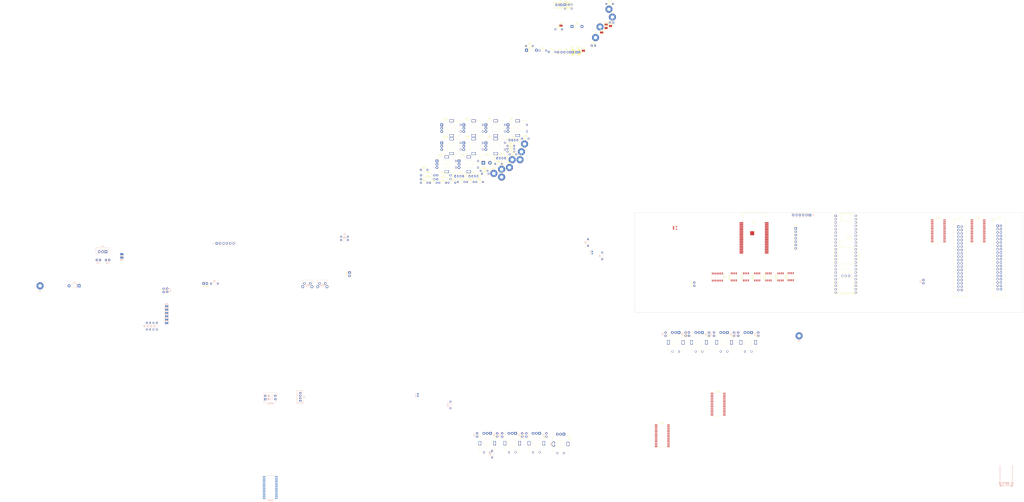
<source format=kicad_pcb>
(kicad_pcb (version 20171130) (host pcbnew 5.0.1+dfsg1-3)
  (layers (0 F.Cu signal) (31 B.Cu signal) (34 B.Paste user) (35 F.Paste user) (36 B.SilkS user) (37 F.SilkS user) (38 B.Mask user) (39 F.Mask user) (44 Edge.Cuts user))
  (net 0 "")
  (net 1 /T_GND)
  (net 2 /RE1A)
  (net 3 /RE1B)
  (net 4 /RE2A)
  (net 5 /RE2B)
  (net 6 /RE3A)
  (net 7 /RE3B)
  (net 8 /T_5V)
  (net 9 /ESP_GND)
  (net 10 /ESP_3V3)
  (net 11 +5V)
  (net 12 GND)
  (net 13 +3V3)
  (net 14 "Net-(D1-Pad2)")
  (net 15 /ESP_RST)
  (net 16 /ESP_D0)
  (net 17 "Net-(HLED1-Pad2)")
  (net 18 "Net-(HLED2-Pad2)")
  (net 19 /T_SDA)
  (net 20 /T_SCL)
  (net 21 /T_RX1)
  (net 22 /T_TX1)
  (net 23 /MEMCARD_CS1)
  (net 24 /MEMCARD_CS2)
  (net 25 /MEMCARD_CS3)
  (net 26 /MEMCARD_CS4)
  (net 27 /MEMCARD_MOSI)
  (net 28 /MEMCARD_MISO)
  (net 29 /MEMCARD_SCK)
  (net 30 /ESP_SCL)
  (net 31 /ESP_SDA)
  (net 32 /ESP_RX0)
  (net 33 /ESP_TX0)
  (net 34 /T_TX4)
  (net 35 /ESP_RX2)
  (net 36 /ESP_TX2)
  (net 37 /T_RX4)
  (net 38 "Net-(RSW1-Pad1)")
  (net 39 /T_PGM)
  (net 40 "Net-(JP3-Pad1)")
  (net 41 "Net-(JP4-Pad1)")
  (net 42 "Net-(D2-Pad1)")
  (net 43 "Net-(J4-Pad2)")
  (net 44 /SDA5)
  (net 45 /SCL5)
  (net 46 "Net-(JP9-Pad1)")
  (net 47 "Net-(JP10-Pad1)")
  (net 48 "Net-(HT1-Pad3)")
  (net 49 "Net-(HT1-Pad4)")
  (net 50 "Net-(HT1-Pad5)")
  (net 51 "Net-(HT1-Pad6)")
  (net 52 "Net-(HT1-Pad7)")
  (net 53 "Net-(HT1-Pad12)")
  (net 54 "Net-(HT1-Pad13)")
  (net 55 "Net-(HT1-Pad14)")
  (net 56 "Net-(HT1-Pad15)")
  (net 57 "Net-(HT1-Pad16)")
  (net 58 "Net-(HT1-Pad17)")
  (net 59 "Net-(HT1-Pad18)")
  (net 60 "Net-(HT1-Pad19)")
  (net 61 "Net-(HT1-Pad20)")
  (net 62 "Net-(HT1-Pad21)")
  (net 63 "Net-(HT1-Pad22)")
  (net 64 "Net-(HT1-Pad23)")
  (net 65 "Net-(HT1-Pad24)")
  (net 66 "Net-(HT1-Pad25)")
  (net 67 "Net-(HT2-Pad25)")
  (net 68 "Net-(HT2-Pad24)")
  (net 69 "Net-(HT2-Pad23)")
  (net 70 "Net-(HT2-Pad22)")
  (net 71 "Net-(HT2-Pad21)")
  (net 72 "Net-(HT2-Pad20)")
  (net 73 "Net-(HT2-Pad19)")
  (net 74 "Net-(HT2-Pad18)")
  (net 75 "Net-(HT2-Pad17)")
  (net 76 "Net-(HT2-Pad16)")
  (net 77 "Net-(HT2-Pad15)")
  (net 78 "Net-(HT2-Pad14)")
  (net 79 "Net-(HT2-Pad13)")
  (net 80 "Net-(HT2-Pad12)")
  (net 81 "Net-(HT2-Pad7)")
  (net 82 "Net-(HT2-Pad6)")
  (net 83 "Net-(HT2-Pad5)")
  (net 84 "Net-(HT2-Pad4)")
  (net 85 "Net-(HT2-Pad3)")
  (net 86 "Net-(D1-Pad1)")
  (net 87 "Net-(D2-Pad2)")
  (net 88 "Net-(D3-Pad2)")
  (net 89 "Net-(IO1-Pad1)")
  (net 90 "Net-(IO1-Pad2)")
  (net 91 "Net-(IO1-Pad3)")
  (net 92 "Net-(IO1-Pad4)")
  (net 93 "Net-(IO1-Pad5)")
  (net 94 "Net-(IO1-Pad6)")
  (net 95 "Net-(IO1-Pad7)")
  (net 96 "Net-(IO1-Pad8)")
  (net 97 "Net-(IO1-Pad21)")
  (net 98 "Net-(IO1-Pad22)")
  (net 99 "Net-(IO1-Pad23)")
  (net 100 "Net-(IO1-Pad24)")
  (net 101 "Net-(IO2-Pad24)")
  (net 102 "Net-(IO2-Pad23)")
  (net 103 "Net-(IO2-Pad22)")
  (net 104 "Net-(IO2-Pad21)")
  (net 105 "Net-(IO2-Pad8)")
  (net 106 "Net-(IO2-Pad7)")
  (net 107 "Net-(IO2-Pad6)")
  (net 108 "Net-(IO2-Pad5)")
  (net 109 "Net-(IO2-Pad4)")
  (net 110 "Net-(IO2-Pad3)")
  (net 111 "Net-(IO2-Pad2)")
  (net 112 "Net-(IO2-Pad1)")
  (net 113 /T_SCL5)
  (net 114 /T_SDA5)
  (net 115 "Net-(J3-Pad2)")
  (net 116 "Net-(J3-Pad4)")
  (net 117 "Net-(J3-Pad6)")
  (net 118 "Net-(J3-Pad8)")
  (net 119 "Net-(J3-Pad10)")
  (net 120 "Net-(J3-Pad12)")
  (net 121 "Net-(J3-Pad14)")
  (net 122 "Net-(J3-Pad16)")
  (net 123 "Net-(J3-Pad18)")
  (net 124 "Net-(J3-Pad20)")
  (net 125 "Net-(J4-Pad20)")
  (net 126 "Net-(J4-Pad18)")
  (net 127 "Net-(J4-Pad16)")
  (net 128 "Net-(J4-Pad14)")
  (net 129 "Net-(J4-Pad12)")
  (net 130 "Net-(J4-Pad10)")
  (net 131 "Net-(J4-Pad8)")
  (net 132 "Net-(J4-Pad6)")
  (net 133 "Net-(J4-Pad4)")
  (net 134 "Net-(J8-Pad1)")
  (net 135 "Net-(J8-Pad2)")
  (net 136 "Net-(JP1-Pad1)")
  (net 137 "Net-(JP2-Pad1)")
  (net 138 "Net-(JP5-Pad1)")
  (net 139 "Net-(JP6-Pad1)")
  (net 140 "Net-(R28-Pad1)")
  (net 141 "Net-(R29-Pad1)")
  (module Rotary_Encoder:RotaryEncoder_Alps_EC11E_Vertical_H20mm (layer F.Cu) (at 561.34 129.54 270)
    (fp_text reference RE3 (at 2.8 -4.7 270) (layer F.SilkS))
    (fp_text value Rotary_Encoder)
    (pad "" thru_hole circle (at 14.5 5 270) (size 1.5 1.5) (drill 1) (layers *.Cu *.Mask))
    (pad "" thru_hole circle (at 14.5 0 270) (size 1.5 1.5) (drill 1) (layers *.Cu *.Mask))
    (pad MP thru_hole rect (at 7.5 8.1 270) (size 3.2 2) (drill oval 2.8 1.5) (layers *.Cu *.Mask))
    (pad MP thru_hole rect (at 7.5 -3.1 270) (size 3.2 2) (drill oval 2.8 1.5) (layers *.Cu *.Mask))
    (pad B thru_hole circle (at 0 5 270) (size 2 2) (drill 1) (layers *.Cu *.Mask) (net 94 "Net-(IO1-Pad6)"))
    (pad C thru_hole circle (at 0 2.5 270) (size 2 2) (drill 1) (layers *.Cu *.Mask) (net 1 /T_GND))
    (pad A thru_hole rect (at 0 0 270) (size 2 2) (drill 1) (layers *.Cu *.Mask) (net 93 "Net-(IO1-Pad5)"))
  )
  (module Rotary_Encoder:RotaryEncoder_Alps_EC11E_Vertical_H20mm (layer F.Cu) (at 598.17 129.54 270)
    (fp_text reference RE2 (at 2.8 -4.7 270) (layer F.SilkS))
    (fp_text value Rotary_Encoder)
    (pad A thru_hole rect (at 0 0 270) (size 2 2) (drill 1) (layers *.Cu *.Mask) (net 91 "Net-(IO1-Pad3)"))
    (pad C thru_hole circle (at 0 2.5 270) (size 2 2) (drill 1) (layers *.Cu *.Mask) (net 1 /T_GND))
    (pad B thru_hole circle (at 0 5 270) (size 2 2) (drill 1) (layers *.Cu *.Mask) (net 92 "Net-(IO1-Pad4)"))
    (pad MP thru_hole rect (at 7.5 -3.1 270) (size 3.2 2) (drill oval 2.8 1.5) (layers *.Cu *.Mask))
    (pad MP thru_hole rect (at 7.5 8.1 270) (size 3.2 2) (drill oval 2.8 1.5) (layers *.Cu *.Mask))
    (pad "" thru_hole circle (at 14.5 0 270) (size 1.5 1.5) (drill 1) (layers *.Cu *.Mask))
    (pad "" thru_hole circle (at 14.5 5 270) (size 1.5 1.5) (drill 1) (layers *.Cu *.Mask))
  )
  (module Rotary_Encoder:RotaryEncoder_Alps_EC11E_Vertical_H20mm (layer F.Cu) (at 616.585 129.54 270)
    (fp_text reference RE1 (at 2.8 -4.7 270) (layer F.SilkS))
    (fp_text value Rotary_Encoder)
    (pad A thru_hole rect (at 0 0 270) (size 2 2) (drill 1) (layers *.Cu *.Mask) (net 89 "Net-(IO1-Pad1)"))
    (pad C thru_hole circle (at 0 2.5 270) (size 2 2) (drill 1) (layers *.Cu *.Mask) (net 1 /T_GND))
    (pad B thru_hole circle (at 0 5 270) (size 2 2) (drill 1) (layers *.Cu *.Mask) (net 90 "Net-(IO1-Pad2)"))
    (pad MP thru_hole rect (at 7.5 -3.1 270) (size 3.2 2) (drill oval 2.8 1.5) (layers *.Cu *.Mask))
    (pad MP thru_hole rect (at 7.5 8.1 270) (size 3.2 2) (drill oval 2.8 1.5) (layers *.Cu *.Mask))
    (pad "" thru_hole circle (at 14.5 0 270) (size 1.5 1.5) (drill 1) (layers *.Cu *.Mask))
    (pad "" thru_hole circle (at 14.5 5 270) (size 1.5 1.5) (drill 1) (layers *.Cu *.Mask))
  )
  (module Rotary_Encoder:RotaryEncoder_Alps_EC11E_Vertical_H20mm (layer F.Cu) (at 579.12 129.54 270)
    (fp_text reference RE3 (at 2.8 -4.7 270) (layer F.SilkS))
    (fp_text value Rotary_Encoder)
    (pad A thru_hole rect (at 0 0 270) (size 2 2) (drill 1) (layers *.Cu *.Mask) (net 6 /RE3A))
    (pad C thru_hole circle (at 0 2.5 270) (size 2 2) (drill 1) (layers *.Cu *.Mask) (net 1 /T_GND))
    (pad B thru_hole circle (at 0 5 270) (size 2 2) (drill 1) (layers *.Cu *.Mask) (net 7 /RE3B))
    (pad MP thru_hole rect (at 7.5 -3.1 270) (size 3.2 2) (drill oval 2.8 1.5) (layers *.Cu *.Mask))
    (pad MP thru_hole rect (at 7.5 8.1 270) (size 3.2 2) (drill oval 2.8 1.5) (layers *.Cu *.Mask))
    (pad "" thru_hole circle (at 14.5 0 270) (size 1.5 1.5) (drill 1) (layers *.Cu *.Mask))
    (pad "" thru_hole circle (at 14.5 5 270) (size 1.5 1.5) (drill 1) (layers *.Cu *.Mask))
  )
  (module Capacitor_THT:C_Disc_D3.0mm_W2.0mm_P2.50mm (layer B.Cu) (at 747.395 89.535 270)
    (fp_text reference C5 (at 1.25 2.25 270) (layer B.SilkS) (effects (justify mirror)))
    (fp_text value C_Small)
    (pad 2 thru_hole circle (at 2.5 0 270) (size 1.6 1.6) (drill 0.8) (layers *.Cu *.Mask) (net 1 /T_GND))
    (pad 1 thru_hole circle (at 0 0 270) (size 1.6 1.6) (drill 0.8) (layers *.Cu *.Mask) (net 13 +3V3))
  )
  (module Rotary_Encoder:RotaryEncoder_Alps_EC11E_Vertical_H20mm (layer F.Cu) (at 473.71 207.01 270)
    (fp_text reference RE3 (at 2.8 -4.7 270) (layer F.SilkS))
    (fp_text value Rotary_Encoder)
    (pad A thru_hole rect (at 0 0 270) (size 2 2) (drill 1) (layers *.Cu *.Mask) (net 6 /RE3A))
    (pad C thru_hole circle (at 0 2.5 270) (size 2 2) (drill 1) (layers *.Cu *.Mask) (net 1 /T_GND))
    (pad B thru_hole circle (at 0 5 270) (size 2 2) (drill 1) (layers *.Cu *.Mask) (net 7 /RE3B))
    (pad MP thru_hole rect (at 7.5 -3.1 270) (size 3.2 2) (drill oval 2.8 1.5) (layers *.Cu *.Mask))
    (pad MP thru_hole rect (at 7.5 8.1 270) (size 3.2 2) (drill oval 2.8 1.5) (layers *.Cu *.Mask))
    (pad "" thru_hole circle (at 14.5 0 270) (size 1.5 1.5) (drill 1) (layers *.Cu *.Mask))
    (pad "" thru_hole circle (at 14.5 5 270) (size 1.5 1.5) (drill 1) (layers *.Cu *.Mask))
  )
  (module Capacitor_THT:C_Disc_D3.0mm_W2.0mm_P2.50mm (layer B.Cu) (at 466.09 213.36 270)
    (fp_text reference C6 (at 1.25 2.25 270) (layer B.SilkS) (effects (justify mirror)))
    (fp_text value C_Small)
    (pad 1 thru_hole circle (at 0 0 270) (size 1.6 1.6) (drill 0.8) (layers *.Cu *.Mask) (net 13 +3V3))
    (pad 2 thru_hole circle (at 2.5 0 270) (size 1.6 1.6) (drill 0.8) (layers *.Cu *.Mask) (net 1 /T_GND))
  )
  (module Resistor_THT:R_Axial_DIN0204_L3.6mm_D1.6mm_P5.08mm_Horizontal (layer B.Cu) (at 156.21 122.174 270)
    (fp_text reference R5 (at 2.54 1.92 270) (layer B.SilkS) (effects (justify mirror)))
    (fp_text value 10K)
    (pad 1 thru_hole circle (at 0 0 270) (size 1.4 1.4) (drill 0.7) (layers *.Cu *.Mask) (net 138 "Net-(JP5-Pad1)"))
    (pad 2 thru_hole oval (at 5.08 0 270) (size 1.4 1.4) (drill 0.7) (layers *.Cu *.Mask) (net 86 "Net-(D1-Pad1)"))
  )
  (module Button_Switch_THT:SW_Tactile_SPST_Angled_PTS645Vx58-2LFS (layer B.Cu) (at 280.67 92.075 180)
    (fp_text reference RSW1 (at 2.25 -1.68 180) (layer B.SilkS) (effects (justify mirror)))
    (fp_text value E_PGM)
    (pad "" thru_hole circle (at -1.25 -2.49 180) (size 2.1 2.1) (drill 1.3) (layers *.Cu *.Mask))
    (pad 1 thru_hole circle (at 0 0 180) (size 1.75 1.75) (drill 0.99) (layers *.Cu *.Mask) (net 38 "Net-(RSW1-Pad1)"))
    (pad 2 thru_hole circle (at 4.5 0 180) (size 1.75 1.75) (drill 0.99) (layers *.Cu *.Mask) (net 1 /T_GND))
    (pad "" thru_hole circle (at 5.76 -2.49 180) (size 2.1 2.1) (drill 1.3) (layers *.Cu *.Mask))
  )
  (module Button_Switch_THT:SW_Tactile_SPST_Angled_PTS645Vx58-2LFS (layer B.Cu) (at 292.1 92.075 180)
    (fp_text reference RSW2 (at 2.25 -1.68 180) (layer B.SilkS) (effects (justify mirror)))
    (fp_text value T_PGM)
    (pad "" thru_hole circle (at 5.76 -2.49 180) (size 2.1 2.1) (drill 1.3) (layers *.Cu *.Mask))
    (pad 2 thru_hole circle (at 4.5 0 180) (size 1.75 1.75) (drill 0.99) (layers *.Cu *.Mask) (net 39 /T_PGM))
    (pad 1 thru_hole circle (at 0 0 180) (size 1.75 1.75) (drill 0.99) (layers *.Cu *.Mask) (net 1 /T_GND))
    (pad "" thru_hole circle (at -1.25 -2.49 180) (size 2.1 2.1) (drill 1.3) (layers *.Cu *.Mask))
  )
  (module teensy36-footprint:teensy36 (layer F.Cu) (at 688.34 71.12 270)
    (fp_text reference TEE1 (at 0 -10.16 270) (layer F.SilkS))
    (fp_text value Teensy3.6)
    (pad 17 thru_hole circle (at 10.16 7.62 270) (size 1.6 1.6) (drill 1.1) (layers *.Cu *.Mask) (net 46 "Net-(JP9-Pad1)"))
    (pad 18 thru_hole circle (at 12.7 7.62 270) (size 1.6 1.6) (drill 1.1) (layers *.Cu *.Mask) (net 47 "Net-(JP10-Pad1)"))
    (pad 19 thru_hole circle (at 15.24 7.62 270) (size 1.6 1.6) (drill 1.1) (layers *.Cu *.Mask))
    (pad 20 thru_hole circle (at 17.78 7.62 270) (size 1.6 1.6) (drill 1.1) (layers *.Cu *.Mask))
    (pad 16 thru_hole circle (at 7.62 7.62 270) (size 1.6 1.6) (drill 1.1) (layers *.Cu *.Mask) (net 38 "Net-(RSW1-Pad1)"))
    (pad 15 thru_hole circle (at 5.08 7.62 270) (size 1.6 1.6) (drill 1.1) (layers *.Cu *.Mask) (net 13 +3V3))
    (pad 14 thru_hole circle (at 2.54 7.62 270) (size 1.6 1.6) (drill 1.1) (layers *.Cu *.Mask) (net 28 /MEMCARD_MISO))
    (pad 21 thru_hole circle (at 20.32 7.62 270) (size 1.6 1.6) (drill 1.1) (layers *.Cu *.Mask))
    (pad 22 thru_hole circle (at 22.86 7.62 270) (size 1.6 1.6) (drill 1.1) (layers *.Cu *.Mask))
    (pad 23 thru_hole circle (at 25.4 7.62 270) (size 1.6 1.6) (drill 1.1) (layers *.Cu *.Mask) (net 37 /T_RX4))
    (pad 24 thru_hole circle (at 27.94 7.62 270) (size 1.6 1.6) (drill 1.1) (layers *.Cu *.Mask) (net 34 /T_TX4))
    (pad 25 thru_hole circle (at 27.94 -7.62) (size 1.6 1.6) (drill 1.1) (layers *.Cu *.Mask) (net 135 "Net-(J8-Pad2)"))
    (pad 26 thru_hole circle (at 25.4 -7.62) (size 1.6 1.6) (drill 1.1) (layers *.Cu *.Mask) (net 134 "Net-(J8-Pad1)"))
    (pad 27 thru_hole circle (at 22.86 -7.62) (size 1.6 1.6) (drill 1.1) (layers *.Cu *.Mask) (net 5 /RE2B))
    (pad 28 thru_hole circle (at 20.32 -7.62) (size 1.6 1.6) (drill 1.1) (layers *.Cu *.Mask) (net 4 /RE2A))
    (pad 29 thru_hole circle (at 17.78 -7.62) (size 1.6 1.6) (drill 1.1) (layers *.Cu *.Mask) (net 3 /RE1B))
    (pad 30 thru_hole circle (at 15.24 -7.62 270) (size 1.6 1.6) (drill 1.1) (layers *.Cu *.Mask) (net 2 /RE1A))
    (pad 31 thru_hole circle (at 12.7 -7.62 270) (size 1.6 1.6) (drill 1.1) (layers *.Cu *.Mask))
    (pad 32 thru_hole circle (at 10.16 -7.62 270) (size 1.6 1.6) (drill 1.1) (layers *.Cu *.Mask))
    (pad 33 thru_hole circle (at 7.62 -7.62 270) (size 1.6 1.6) (drill 1.1) (layers *.Cu *.Mask))
    (pad 34 thru_hole circle (at 5.08 -7.62 270) (size 1.6 1.6) (drill 1.1) (layers *.Cu *.Mask))
    (pad 35 thru_hole circle (at 2.54 -7.62 270) (size 1.6 1.6) (drill 1.1) (layers *.Cu *.Mask))
    (pad 36 thru_hole circle (at 0 -7.62 270) (size 1.6 1.6) (drill 1.1) (layers *.Cu *.Mask) (net 29 /MEMCARD_SCK))
    (pad 37 thru_hole circle (at -2.54 -7.62 270) (size 1.6 1.6) (drill 1.1) (layers *.Cu *.Mask))
    (pad 13 thru_hole circle (at 0 7.62 270) (size 1.6 1.6) (drill 1.1) (layers *.Cu *.Mask))
    (pad 12 thru_hole circle (at -2.54 7.62 270) (size 1.6 1.6) (drill 1.1) (layers *.Cu *.Mask))
    (pad 11 thru_hole circle (at -5.08 7.62 270) (size 1.6 1.6) (drill 1.1) (layers *.Cu *.Mask))
    (pad 10 thru_hole circle (at -7.62 7.62 270) (size 1.6 1.6) (drill 1.1) (layers *.Cu *.Mask))
    (pad 9 thru_hole circle (at -10.16 7.62 270) (size 1.6 1.6) (drill 1.1) (layers *.Cu *.Mask) (net 27 /MEMCARD_MOSI))
    (pad 8 thru_hole circle (at -12.7 7.62 270) (size 1.6 1.6) (drill 1.1) (layers *.Cu *.Mask))
    (pad 7 thru_hole circle (at -15.24 7.62 270) (size 1.6 1.6) (drill 1.1) (layers *.Cu *.Mask) (net 26 /MEMCARD_CS4))
    (pad 6 thru_hole circle (at -17.78 7.62 270) (size 1.6 1.6) (drill 1.1) (layers *.Cu *.Mask) (net 25 /MEMCARD_CS3))
    (pad 5 thru_hole circle (at -20.32 7.62 270) (size 1.6 1.6) (drill 1.1) (layers *.Cu *.Mask) (net 24 /MEMCARD_CS2))
    (pad 4 thru_hole circle (at -22.86 7.62 270) (size 1.6 1.6) (drill 1.1) (layers *.Cu *.Mask) (net 23 /MEMCARD_CS1))
    (pad 3 thru_hole circle (at -25.4 7.62 270) (size 1.6 1.6) (drill 1.1) (layers *.Cu *.Mask) (net 22 /T_TX1))
    (pad 2 thru_hole circle (at -27.94 7.62 270) (size 1.6 1.6) (drill 1.1) (layers *.Cu *.Mask) (net 21 /T_RX1))
    (pad 1 thru_hole rect (at -30.48 7.62 270) (size 1.6 1.6) (drill 1.1) (layers *.Cu *.Mask) (net 1 /T_GND))
    (pad 38 thru_hole circle (at -5.08 -7.62 270) (size 1.6 1.6) (drill 1.1) (layers *.Cu *.Mask) (net 7 /RE3B))
    (pad 39 thru_hole circle (at -7.62 -7.62 270) (size 1.6 1.6) (drill 1.1) (layers *.Cu *.Mask) (net 6 /RE3A))
    (pad 40 thru_hole circle (at -10.16 -7.62 270) (size 1.6 1.6) (drill 1.1) (layers *.Cu *.Mask) (net 19 /T_SDA))
    (pad 41 thru_hole circle (at -12.7 -7.62 270) (size 1.6 1.6) (drill 1.1) (layers *.Cu *.Mask) (net 20 /T_SCL))
    (pad 42 thru_hole circle (at -15.24 -7.62 270) (size 1.6 1.6) (drill 1.1) (layers *.Cu *.Mask))
    (pad 43 thru_hole circle (at -17.78 -7.62 270) (size 1.6 1.6) (drill 1.1) (layers *.Cu *.Mask) (net 141 "Net-(R29-Pad1)"))
    (pad 44 thru_hole circle (at -20.32 -7.62 270) (size 1.6 1.6) (drill 1.1) (layers *.Cu *.Mask))
    (pad 45 thru_hole circle (at -22.86 -7.62 270) (size 1.6 1.6) (drill 1.1) (layers *.Cu *.Mask))
    (pad 46 thru_hole circle (at -25.4 -7.62 270) (size 1.6 1.6) (drill 1.1) (layers *.Cu *.Mask))
    (pad 47 thru_hole circle (at -27.94 -7.62 270) (size 1.6 1.6) (drill 1.1) (layers *.Cu *.Mask))
    (pad 48 thru_hole circle (at -30.48 -7.62 270) (size 1.6 1.6) (drill 1.1) (layers *.Cu *.Mask) (net 8 /T_5V))
    (pad 49 thru_hole circle (at 15.24 2.54 180) (size 1.6 1.6) (drill 1.1) (layers *.Cu *.Mask))
    (pad 50 thru_hole circle (at 15.24 0 180) (size 1.6 1.6) (drill 1.1) (layers *.Cu *.Mask))
    (pad 51 thru_hole circle (at 15.24 -2.54 180) (size 1.6 1.6) (drill 1.1) (layers *.Cu *.Mask) (net 39 /T_PGM))
  )
  (module Jumper:SolderJumper-2_P1.3mm_Bridged2Bar_Pad1.0x1.5mm (layer B.Cu) (at 137.16 72.39)
    (fp_text reference JP8 (at 0 1.8) (layer B.SilkS) (effects (justify mirror)))
    (fp_text value J_ESP_TX2)
    (pad 2 smd rect (at 0.65 0) (size 1 1.5) (layers B.Cu B.Mask) (net 36 /ESP_TX2))
    (pad 1 smd custom (at -0.65 0) (size 1 1.5) (layers B.Cu B.Mask) (net 37 /T_RX4) (options (clearance outline) (anchor rect)) (primitives (gr_poly (pts (xy 0.4 -0.2) (xy 0.9 -0.2) (xy 0.9 -0.6) (xy 0.4 -0.6)) (width 0)) (gr_poly (pts (xy 0.4 0.6) (xy 0.9 0.6) (xy 0.9 0.2) (xy 0.4 0.2)) (width 0))))
  )
  (module Resistor_THT:R_Axial_DIN0204_L3.6mm_D1.6mm_P5.08mm_Horizontal (layer B.Cu) (at 163.83 122.174 270)
    (fp_text reference R2 (at 2.54 1.92 270) (layer B.SilkS) (effects (justify mirror)))
    (fp_text value 10K)
    (pad 2 thru_hole oval (at 5.08 0 270) (size 1.4 1.4) (drill 0.7) (layers *.Cu *.Mask) (net 42 "Net-(D2-Pad1)"))
    (pad 1 thru_hole circle (at 0 0 270) (size 1.4 1.4) (drill 0.7) (layers *.Cu *.Mask) (net 137 "Net-(JP2-Pad1)"))
  )
  (module Jumper:SolderJumper-2_P1.3mm_Bridged2Bar_Pad1.0x1.5mm (layer B.Cu) (at 137.16 69.85)
    (fp_text reference JP7 (at 0 1.8) (layer B.SilkS) (effects (justify mirror)))
    (fp_text value J_ESP_RX2)
    (pad 2 smd rect (at 0.65 0) (size 1 1.5) (layers B.Cu B.Mask) (net 35 /ESP_RX2))
    (pad 1 smd custom (at -0.65 0) (size 1 1.5) (layers B.Cu B.Mask) (net 34 /T_TX4) (options (clearance outline) (anchor rect)) (primitives (gr_poly (pts (xy 0.4 -0.2) (xy 0.9 -0.2) (xy 0.9 -0.6) (xy 0.4 -0.6)) (width 0)) (gr_poly (pts (xy 0.4 0.6) (xy 0.9 0.6) (xy 0.9 0.2) (xy 0.4 0.2)) (width 0))))
  )
  (module Resistor_THT:R_Axial_DIN0204_L3.6mm_D1.6mm_P5.08mm_Horizontal (layer B.Cu) (at 161.29 122.174 270)
    (fp_text reference R1 (at 2.54 1.92 270) (layer B.SilkS) (effects (justify mirror)))
    (fp_text value 10K)
    (pad 2 thru_hole oval (at 5.08 0 270) (size 1.4 1.4) (drill 0.7) (layers *.Cu *.Mask) (net 86 "Net-(D1-Pad1)"))
    (pad 1 thru_hole circle (at 0 0 270) (size 1.4 1.4) (drill 0.7) (layers *.Cu *.Mask) (net 136 "Net-(JP1-Pad1)"))
  )
  (module Resistor_THT:R_Axial_DIN0204_L3.6mm_D1.6mm_P5.08mm_Horizontal (layer B.Cu) (at 210.220513 92.242778 180)
    (fp_text reference R3 (at 2.54 1.92 180) (layer B.SilkS) (effects (justify mirror)))
    (fp_text value 10K)
    (pad 2 thru_hole oval (at 5.08 0 180) (size 1.4 1.4) (drill 0.7) (layers *.Cu *.Mask) (net 86 "Net-(D1-Pad1)"))
    (pad 1 thru_hole circle (at 0 0 180) (size 1.4 1.4) (drill 0.7) (layers *.Cu *.Mask) (net 40 "Net-(JP3-Pad1)"))
  )
  (module Resistor_THT:R_Axial_DIN0204_L3.6mm_D1.6mm_P5.08mm_Horizontal (layer B.Cu) (at 492.125 58.42 270)
    (fp_text reference R6 (at 2.54 1.92 270) (layer B.SilkS) (effects (justify mirror)))
    (fp_text value 10K)
    (pad 1 thru_hole circle (at 0 0 270) (size 1.4 1.4) (drill 0.7) (layers *.Cu *.Mask) (net 139 "Net-(JP6-Pad1)"))
    (pad 2 thru_hole oval (at 5.08 0 270) (size 1.4 1.4) (drill 0.7) (layers *.Cu *.Mask) (net 42 "Net-(D2-Pad1)"))
  )
  (module Resistor_THT:R_Axial_DIN0204_L3.6mm_D1.6mm_P5.08mm_Horizontal (layer B.Cu) (at 309.245 56.515 180)
    (fp_text reference R7 (at 2.54 1.92 180) (layer B.SilkS) (effects (justify mirror)))
    (fp_text value 39K)
    (pad 1 thru_hole circle (at 0 0 180) (size 1.4 1.4) (drill 0.7) (layers *.Cu *.Mask) (net 63 "Net-(HT1-Pad22)"))
    (pad 2 thru_hole oval (at 5.08 0 180) (size 1.4 1.4) (drill 0.7) (layers *.Cu *.Mask) (net 115 "Net-(J3-Pad2)"))
  )
  (module Resistor_THT:R_Axial_DIN0204_L3.6mm_D1.6mm_P5.08mm_Horizontal (layer B.Cu) (at 309.245 59.055 180)
    (fp_text reference R8 (at 2.54 1.92 180) (layer B.SilkS) (effects (justify mirror)))
    (fp_text value 39K)
    (pad 1 thru_hole circle (at 0 0 180) (size 1.4 1.4) (drill 0.7) (layers *.Cu *.Mask) (net 70 "Net-(HT2-Pad22)"))
    (pad 2 thru_hole oval (at 5.08 0 180) (size 1.4 1.4) (drill 0.7) (layers *.Cu *.Mask) (net 43 "Net-(J4-Pad2)"))
  )
  (module LED_THT:LED_D1.8mm_W3.3mm_H2.4mm (layer B.Cu) (at 199.425513 92.242778)
    (fp_text reference HLED2 (at 1.27 2.26) (layer F.SilkS))
    (fp_text value T_HEARTBEAT)
    (pad 1 thru_hole rect (at 0 0) (size 1.8 1.8) (drill 0.9) (layers *.Cu *.Mask) (net 1 /T_GND))
    (pad 2 thru_hole circle (at 2.54 0) (size 1.8 1.8) (drill 0.9) (layers *.Cu *.Mask) (net 18 "Net-(HLED2-Pad2)"))
  )
  (module LED_THT:LED_D1.8mm_W3.3mm_H2.4mm (layer B.Cu) (at 310.515 83.82 270)
    (fp_text reference HLED1 (at 1.27 2.26 270) (layer F.SilkS))
    (fp_text value E_HEARTBEAT)
    (pad 2 thru_hole circle (at 2.54 0 270) (size 1.8 1.8) (drill 0.9) (layers *.Cu *.Mask) (net 17 "Net-(HLED1-Pad2)"))
    (pad 1 thru_hole rect (at 0 0 270) (size 1.8 1.8) (drill 0.9) (layers *.Cu *.Mask) (net 9 /ESP_GND))
  )
  (module MountingHole:MountingHole_2.7mm_M2.5_Pad_Via (layer B.Cu) (at 652.78 132.08)
    (fp_text reference H6 (at 0 3.7) (layer B.SilkS) (effects (justify mirror)))
    (fp_text value MountingHole)
    (pad 1 thru_hole circle (at 0 0) (size 5.4 5.4) (drill 2.7) (layers *.Cu *.Mask))
    (pad 1 thru_hole circle (at 2.025 0) (size 0.8 0.8) (drill 0.5) (layers *.Cu *.Mask))
    (pad 1 thru_hole circle (at 1.431891 -1.431891) (size 0.8 0.8) (drill 0.5) (layers *.Cu *.Mask))
    (pad 1 thru_hole circle (at 0 -2.025) (size 0.8 0.8) (drill 0.5) (layers *.Cu *.Mask))
    (pad 1 thru_hole circle (at -1.431891 -1.431891) (size 0.8 0.8) (drill 0.5) (layers *.Cu *.Mask))
    (pad 1 thru_hole circle (at -2.025 0) (size 0.8 0.8) (drill 0.5) (layers *.Cu *.Mask))
    (pad 1 thru_hole circle (at -1.431891 1.431891) (size 0.8 0.8) (drill 0.5) (layers *.Cu *.Mask))
    (pad 1 thru_hole circle (at 0 2.025) (size 0.8 0.8) (drill 0.5) (layers *.Cu *.Mask))
    (pad 1 thru_hole circle (at 1.431891 1.431891) (size 0.8 0.8) (drill 0.5) (layers *.Cu *.Mask))
  )
  (module MountingHole:MountingHole_2.7mm_M2.5_Pad_Via (layer B.Cu) (at 74.93 93.98)
    (fp_text reference H5 (at 0 3.7) (layer B.SilkS) (effects (justify mirror)))
    (fp_text value MountingHole)
    (pad 1 thru_hole circle (at 1.431891 1.431891) (size 0.8 0.8) (drill 0.5) (layers *.Cu *.Mask))
    (pad 1 thru_hole circle (at 0 2.025) (size 0.8 0.8) (drill 0.5) (layers *.Cu *.Mask))
    (pad 1 thru_hole circle (at -1.431891 1.431891) (size 0.8 0.8) (drill 0.5) (layers *.Cu *.Mask))
    (pad 1 thru_hole circle (at -2.025 0) (size 0.8 0.8) (drill 0.5) (layers *.Cu *.Mask))
    (pad 1 thru_hole circle (at -1.431891 -1.431891) (size 0.8 0.8) (drill 0.5) (layers *.Cu *.Mask))
    (pad 1 thru_hole circle (at 0 -2.025) (size 0.8 0.8) (drill 0.5) (layers *.Cu *.Mask))
    (pad 1 thru_hole circle (at 1.431891 -1.431891) (size 0.8 0.8) (drill 0.5) (layers *.Cu *.Mask))
    (pad 1 thru_hole circle (at 2.025 0) (size 0.8 0.8) (drill 0.5) (layers *.Cu *.Mask))
    (pad 1 thru_hole circle (at 0 0) (size 5.4 5.4) (drill 2.7) (layers *.Cu *.Mask))
  )
  (module Button_Switch_THT:SW_DIP_SPSTx02_Slide_9.78x7.26mm_W7.62mm_P2.54mm (layer B.Cu) (at 246.38 180.34)
    (fp_text reference DIPSW1 (at 3.81 3.42) (layer B.SilkS) (effects (justify mirror)))
    (fp_text value E_BOOTOPTS)
    (pad 1 thru_hole rect (at 0 0) (size 1.6 1.6) (drill 0.8) (layers *.Cu *.Mask) (net 15 /ESP_RST))
    (pad 3 thru_hole oval (at 7.62 -2.54) (size 1.6 1.6) (drill 0.8) (layers *.Cu *.Mask) (net 9 /ESP_GND))
    (pad 2 thru_hole oval (at 0 -2.54) (size 1.6 1.6) (drill 0.8) (layers *.Cu *.Mask) (net 16 /ESP_D0))
    (pad 4 thru_hole oval (at 7.62 0) (size 1.6 1.6) (drill 0.8) (layers *.Cu *.Mask) (net 9 /ESP_GND))
  )
  (module Diode_THT:D_DO-41_SOD81_P7.62mm_Horizontal (layer B.Cu) (at 104.648 93.98 180)
    (fp_text reference D1 (at 3.81 2.47 180) (layer B.SilkS) (effects (justify mirror)))
    (fp_text value D)
    (fp_text user K (at 0 2.1 180) (layer B.SilkS) (effects (justify mirror)))
    (pad 2 thru_hole oval (at 7.62 0 180) (size 2.2 2.2) (drill 1.1) (layers *.Cu *.Mask) (net 14 "Net-(D1-Pad2)"))
    (pad 1 thru_hole rect (at 0 0 180) (size 2.2 2.2) (drill 1.1) (layers *.Cu *.Mask) (net 86 "Net-(D1-Pad1)"))
  )
  (module Resistor_THT:R_Axial_DIN0204_L3.6mm_D1.6mm_P5.08mm_Horizontal (layer B.Cu) (at 158.75 122.174 270)
    (fp_text reference R4 (at 2.54 1.92 270) (layer B.SilkS) (effects (justify mirror)))
    (fp_text value 10K)
    (pad 2 thru_hole oval (at 5.08 0 270) (size 1.4 1.4) (drill 0.7) (layers *.Cu *.Mask) (net 42 "Net-(D2-Pad1)"))
    (pad 1 thru_hole circle (at 0 0 270) (size 1.4 1.4) (drill 0.7) (layers *.Cu *.Mask) (net 41 "Net-(JP4-Pad1)"))
  )
  (module esp32-wrover:ESP32-WROVER (layer F.Cu) (at 618.49 45.085)
    (fp_text reference U1 (at -0.1 0.62) (layer F.SilkS))
    (fp_text value ESP32-WROVER hide)
    (pad 39 smd rect (at -1.4 8.82) (size 3 3) (layers F.Cu F.Paste F.Mask))
    (pad 1 smd oval (at -9.635 0.91) (size 3 0.9) (layers F.Cu F.Paste F.Mask) (net 9 /ESP_GND))
    (pad 2 smd oval (at -9.635 2.18) (size 3 0.9) (layers F.Cu F.Paste F.Mask) (net 10 /ESP_3V3))
    (pad 3 smd oval (at -9.635 3.45) (size 3 0.9) (layers F.Cu F.Paste F.Mask) (net 15 /ESP_RST))
    (pad 4 smd oval (at -9.635 4.72) (size 3 0.9) (layers F.Cu F.Paste F.Mask))
    (pad 5 smd oval (at -9.635 5.99) (size 3 0.9) (layers F.Cu F.Paste F.Mask))
    (pad 6 smd oval (at -9.635 7.26) (size 3 0.9) (layers F.Cu F.Paste F.Mask))
    (pad 7 smd oval (at -9.635 8.53) (size 3 0.9) (layers F.Cu F.Paste F.Mask))
    (pad 8 smd oval (at -9.635 9.8) (size 3 0.9) (layers F.Cu F.Paste F.Mask))
    (pad 9 smd oval (at -9.635 11.07) (size 3 0.9) (layers F.Cu F.Paste F.Mask))
    (pad 10 smd oval (at -9.635 12.34) (size 3 0.9) (layers F.Cu F.Paste F.Mask))
    (pad 11 smd oval (at -9.635 13.61) (size 3 0.9) (layers F.Cu F.Paste F.Mask))
    (pad 12 smd oval (at -9.635 14.88) (size 3 0.9) (layers F.Cu F.Paste F.Mask))
    (pad 13 smd oval (at -9.635 16.15) (size 3 0.9) (layers F.Cu F.Paste F.Mask) (net 140 "Net-(R28-Pad1)"))
    (pad 14 smd oval (at -9.635 17.42) (size 3 0.9) (layers F.Cu F.Paste F.Mask) (net 35 /ESP_RX2))
    (pad 15 smd oval (at -9.635 18.72) (size 3 0.9) (layers F.Cu F.Paste F.Mask) (net 9 /ESP_GND))
    (pad 16 smd oval (at -9.635 19.99) (size 3 0.9) (layers F.Cu F.Paste F.Mask) (net 36 /ESP_TX2))
    (pad 17 smd oval (at -9.635 21.26) (size 3 0.9) (layers F.Cu F.Paste F.Mask))
    (pad 18 smd oval (at -9.635 22.53) (size 3 0.9) (layers F.Cu F.Paste F.Mask))
    (pad 19 smd oval (at -9.635 23.8) (size 3 0.9) (layers F.Cu F.Paste F.Mask))
    (pad 20 smd oval (at 9.635 23.8) (size 3 0.9) (layers F.Cu F.Paste F.Mask))
    (pad 21 smd oval (at 9.635 22.53) (size 3 0.9) (layers F.Cu F.Paste F.Mask))
    (pad 22 smd oval (at 9.635 21.26) (size 3 0.9) (layers F.Cu F.Paste F.Mask))
    (pad 23 smd oval (at 9.635 19.99) (size 3 0.9) (layers F.Cu F.Paste F.Mask))
    (pad 24 smd oval (at 9.635 18.72) (size 3 0.9) (layers F.Cu F.Paste F.Mask))
    (pad 25 smd oval (at 9.665 17.42) (size 3 0.9) (layers F.Cu F.Paste F.Mask) (net 16 /ESP_D0))
    (pad 26 smd oval (at 9.665 16.15) (size 3 0.9) (layers F.Cu F.Paste F.Mask))
    (pad 27 smd oval (at 9.665 14.88) (size 3 0.9) (layers F.Cu F.Paste F.Mask))
    (pad 28 smd oval (at 9.665 13.61) (size 3 0.9) (layers F.Cu F.Paste F.Mask))
    (pad 29 smd oval (at 9.665 12.34) (size 3 0.9) (layers F.Cu F.Paste F.Mask))
    (pad 30 smd oval (at 9.665 11.07) (size 3 0.9) (layers F.Cu F.Paste F.Mask))
    (pad 31 smd oval (at 9.665 9.8) (size 3 0.9) (layers F.Cu F.Paste F.Mask))
    (pad 32 smd oval (at 9.665 8.53) (size 3 0.9) (layers F.Cu F.Paste F.Mask))
    (pad 33 smd oval (at 9.665 7.26) (size 3 0.9) (layers F.Cu F.Paste F.Mask) (net 31 /ESP_SDA))
    (pad 34 smd oval (at 9.665 5.99) (size 3 0.9) (layers F.Cu F.Paste F.Mask) (net 32 /ESP_RX0))
    (pad 35 smd oval (at 9.665 4.72) (size 3 0.9) (layers F.Cu F.Paste F.Mask) (net 33 /ESP_TX0))
    (pad 36 smd oval (at 9.665 3.45) (size 3 0.9) (layers F.Cu F.Paste F.Mask) (net 30 /ESP_SCL))
    (pad 37 smd oval (at 9.665 2.18) (size 3 0.9) (layers F.Cu F.Paste F.Mask))
    (pad 38 smd oval (at 9.665 0.91) (size 3 0.9) (layers F.Cu F.Paste F.Mask) (net 9 /ESP_GND))
  )
  (module Rotary_Encoder:RotaryEncoder_Alps_EC11E_Vertical_H20mm (layer F.Cu) (at 455.295 206.375 270)
    (fp_text reference RE1 (at 2.8 -4.7 270) (layer F.SilkS))
    (fp_text value Rotary_Encoder)
    (pad "" thru_hole circle (at 14.5 5 270) (size 1.5 1.5) (drill 1) (layers *.Cu *.Mask))
    (pad "" thru_hole circle (at 14.5 0 270) (size 1.5 1.5) (drill 1) (layers *.Cu *.Mask))
    (pad MP thru_hole rect (at 7.5 8.1 270) (size 3.2 2) (drill oval 2.8 1.5) (layers *.Cu *.Mask))
    (pad MP thru_hole rect (at 7.5 -3.1 270) (size 3.2 2) (drill oval 2.8 1.5) (layers *.Cu *.Mask))
    (pad B thru_hole circle (at 0 5 270) (size 2 2) (drill 1) (layers *.Cu *.Mask) (net 3 /RE1B))
    (pad C thru_hole circle (at 0 2.5 270) (size 2 2) (drill 1) (layers *.Cu *.Mask) (net 1 /T_GND))
    (pad A thru_hole rect (at 0 0 270) (size 2 2) (drill 1) (layers *.Cu *.Mask) (net 2 /RE1A))
  )
  (module Rotary_Encoder:RotaryEncoder_Alps_EC11E_Vertical_H20mm (layer F.Cu) (at 436.88 206.375 270)
    (fp_text reference RE2 (at 2.8 -4.7 270) (layer F.SilkS))
    (fp_text value Rotary_Encoder)
    (pad "" thru_hole circle (at 14.5 5 270) (size 1.5 1.5) (drill 1) (layers *.Cu *.Mask))
    (pad "" thru_hole circle (at 14.5 0 270) (size 1.5 1.5) (drill 1) (layers *.Cu *.Mask))
    (pad MP thru_hole rect (at 7.5 8.1 270) (size 3.2 2) (drill oval 2.8 1.5) (layers *.Cu *.Mask))
    (pad MP thru_hole rect (at 7.5 -3.1 270) (size 3.2 2) (drill oval 2.8 1.5) (layers *.Cu *.Mask))
    (pad B thru_hole circle (at 0 5 270) (size 2 2) (drill 1) (layers *.Cu *.Mask) (net 5 /RE2B))
    (pad C thru_hole circle (at 0 2.5 270) (size 2 2) (drill 1) (layers *.Cu *.Mask) (net 1 /T_GND))
    (pad A thru_hole rect (at 0 0 270) (size 2 2) (drill 1) (layers *.Cu *.Mask) (net 4 /RE2A))
  )
  (module Capacitor_THT:C_Disc_D3.0mm_W2.0mm_P2.50mm (layer B.Cu) (at 422.91 206.375 270)
    (fp_text reference C5 (at 1.25 2.25 270) (layer B.SilkS) (effects (justify mirror)))
    (fp_text value C_Small)
    (pad 1 thru_hole circle (at 0 0 270) (size 1.6 1.6) (drill 0.8) (layers *.Cu *.Mask) (net 13 +3V3))
    (pad 2 thru_hole circle (at 2.5 0 270) (size 1.6 1.6) (drill 0.8) (layers *.Cu *.Mask) (net 1 /T_GND))
  )
  (module Capacitor_THT:C_Disc_D3.0mm_W2.0mm_P2.50mm (layer B.Cu) (at 407.67 206.375 270)
    (fp_text reference C6 (at 1.25 2.25 270) (layer B.SilkS) (effects (justify mirror)))
    (fp_text value C_Small)
    (pad 2 thru_hole circle (at 2.5 0 270) (size 1.6 1.6) (drill 0.8) (layers *.Cu *.Mask) (net 1 /T_GND))
    (pad 1 thru_hole circle (at 0 0 270) (size 1.6 1.6) (drill 0.8) (layers *.Cu *.Mask) (net 13 +3V3))
  )
  (module Rotary_Encoder:RotaryEncoder_Alps_EC11E_Vertical_H20mm (layer F.Cu) (at 417.83 206.375 270)
    (fp_text reference RE3 (at 2.8 -4.7 270) (layer F.SilkS))
    (fp_text value Rotary_Encoder)
    (pad "" thru_hole circle (at 14.5 5 270) (size 1.5 1.5) (drill 1) (layers *.Cu *.Mask))
    (pad "" thru_hole circle (at 14.5 0 270) (size 1.5 1.5) (drill 1) (layers *.Cu *.Mask))
    (pad MP thru_hole rect (at 7.5 8.1 270) (size 3.2 2) (drill oval 2.8 1.5) (layers *.Cu *.Mask))
    (pad MP thru_hole rect (at 7.5 -3.1 270) (size 3.2 2) (drill oval 2.8 1.5) (layers *.Cu *.Mask))
    (pad B thru_hole circle (at 0 5 270) (size 2 2) (drill 1) (layers *.Cu *.Mask) (net 7 /RE3B))
    (pad C thru_hole circle (at 0 2.5 270) (size 2 2) (drill 1) (layers *.Cu *.Mask) (net 1 /T_GND))
    (pad A thru_hole rect (at 0 0 270) (size 2 2) (drill 1) (layers *.Cu *.Mask) (net 6 /RE3A))
  )
  (module Capacitor_THT:C_Disc_D3.0mm_W2.0mm_P2.50mm (layer F.Cu) (at 469.370001 -84.044999)
    (fp_text reference C11 (at 1.25 -2.25) (layer F.SilkS))
    (fp_text value C_Small)
    (pad 1 thru_hole circle (at 0 0) (size 1.6 1.6) (drill 0.8) (layers *.Cu *.Mask) (net 13 +3V3))
    (pad 2 thru_hole circle (at 2.5 0) (size 1.6 1.6) (drill 0.8) (layers *.Cu *.Mask) (net 1 /T_GND))
  )
  (module Capacitor_THT:C_Disc_D3.0mm_W2.0mm_P2.50mm (layer F.Cu) (at 494.930001 -89.084999)
    (fp_text reference C12 (at 1.25 -2.25) (layer F.SilkS))
    (fp_text value C_Small)
    (pad 1 thru_hole circle (at 0 0) (size 1.6 1.6) (drill 0.8) (layers *.Cu *.Mask) (net 13 +3V3))
    (pad 2 thru_hole circle (at 2.5 0) (size 1.6 1.6) (drill 0.8) (layers *.Cu *.Mask) (net 1 /T_GND))
  )
  (module Capacitor_THT:C_Disc_D3.0mm_W2.0mm_P2.50mm (layer B.Cu) (at 171.704 98.552 90)
    (fp_text reference C13 (at 1.25 2.25 90) (layer B.SilkS) (effects (justify mirror)))
    (fp_text value C_Small)
    (pad 1 thru_hole circle (at 0 0 90) (size 1.6 1.6) (drill 0.8) (layers *.Cu *.Mask) (net 13 +3V3))
    (pad 2 thru_hole circle (at 2.5 0 90) (size 1.6 1.6) (drill 0.8) (layers *.Cu *.Mask) (net 1 /T_GND))
  )
  (module Capacitor_THT:C_Disc_D3.0mm_W2.0mm_P2.50mm (layer B.Cu) (at 169.037 98.679 90)
    (fp_text reference C14 (at 1.25 2.25 90) (layer B.SilkS) (effects (justify mirror)))
    (fp_text value C_Small)
    (pad 2 thru_hole circle (at 2.5 0 90) (size 1.6 1.6) (drill 0.8) (layers *.Cu *.Mask) (net 1 /T_GND))
    (pad 1 thru_hole circle (at 0 0 90) (size 1.6 1.6) (drill 0.8) (layers *.Cu *.Mask) (net 13 +3V3))
  )
  (module Capacitor_THT:C_Disc_D3.0mm_W2.0mm_P2.50mm (layer B.Cu) (at 118.11 74.295)
    (fp_text reference C15 (at 1.25 2.25) (layer B.SilkS) (effects (justify mirror)))
    (fp_text value C_Small)
    (pad 1 thru_hole circle (at 0 0) (size 1.6 1.6) (drill 0.8) (layers *.Cu *.Mask) (net 13 +3V3))
    (pad 2 thru_hole circle (at 2.5 0) (size 1.6 1.6) (drill 0.8) (layers *.Cu *.Mask) (net 1 /T_GND))
  )
  (module Diode_THT:D_DO-41_SOD81_P7.62mm_Horizontal (layer F.Cu) (at 445.240001 -85.594999)
    (fp_text reference D2 (at 3.81 -2.47) (layer F.SilkS))
    (fp_text value D)
    (fp_text user K (at 0 -2.1) (layer F.SilkS))
    (pad 2 thru_hole oval (at 7.62 0) (size 2.2 2.2) (drill 1.1) (layers *.Cu *.Mask) (net 87 "Net-(D2-Pad2)"))
    (pad 1 thru_hole rect (at 0 0) (size 2.2 2.2) (drill 1.1) (layers *.Cu *.Mask) (net 42 "Net-(D2-Pad1)"))
  )
  (module Diode_THT:D_DO-41_SOD81_P7.62mm_Horizontal (layer F.Cu) (at 479.850001 -103.684999)
    (fp_text reference D3 (at 3.81 -2.47) (layer F.SilkS))
    (fp_text value D)
    (fp_text user K (at 0 -2.1) (layer F.SilkS))
    (pad 1 thru_hole rect (at 0 0) (size 2.2 2.2) (drill 1.1) (layers *.Cu *.Mask) (net 11 +5V))
    (pad 2 thru_hole oval (at 7.62 0) (size 2.2 2.2) (drill 1.1) (layers *.Cu *.Mask) (net 88 "Net-(D3-Pad2)"))
  )
  (module MountingHole:MountingHole_2.7mm_M2.5_Pad_Via (layer F.Cu) (at 508.020001 -116.794999)
    (fp_text reference H1 (at 0 -3.7) (layer F.SilkS))
    (fp_text value MountingHole)
    (pad 1 thru_hole circle (at 0 0) (size 5.4 5.4) (drill 2.7) (layers *.Cu *.Mask))
    (pad 1 thru_hole circle (at 2.025 0) (size 0.8 0.8) (drill 0.5) (layers *.Cu *.Mask))
    (pad 1 thru_hole circle (at 1.431891 1.431891) (size 0.8 0.8) (drill 0.5) (layers *.Cu *.Mask))
    (pad 1 thru_hole circle (at 0 2.025) (size 0.8 0.8) (drill 0.5) (layers *.Cu *.Mask))
    (pad 1 thru_hole circle (at -1.431891 1.431891) (size 0.8 0.8) (drill 0.5) (layers *.Cu *.Mask))
    (pad 1 thru_hole circle (at -2.025 0) (size 0.8 0.8) (drill 0.5) (layers *.Cu *.Mask))
    (pad 1 thru_hole circle (at -1.431891 -1.431891) (size 0.8 0.8) (drill 0.5) (layers *.Cu *.Mask))
    (pad 1 thru_hole circle (at 0 -2.025) (size 0.8 0.8) (drill 0.5) (layers *.Cu *.Mask))
    (pad 1 thru_hole circle (at 1.431891 -1.431891) (size 0.8 0.8) (drill 0.5) (layers *.Cu *.Mask))
  )
  (module MountingHole:MountingHole_2.7mm_M2.5_Pad_Via (layer F.Cu) (at 501.240001 -103.344999)
    (fp_text reference H2 (at 0 -3.7) (layer F.SilkS))
    (fp_text value MountingHole)
    (pad 1 thru_hole circle (at 1.431891 -1.431891) (size 0.8 0.8) (drill 0.5) (layers *.Cu *.Mask))
    (pad 1 thru_hole circle (at 0 -2.025) (size 0.8 0.8) (drill 0.5) (layers *.Cu *.Mask))
    (pad 1 thru_hole circle (at -1.431891 -1.431891) (size 0.8 0.8) (drill 0.5) (layers *.Cu *.Mask))
    (pad 1 thru_hole circle (at -2.025 0) (size 0.8 0.8) (drill 0.5) (layers *.Cu *.Mask))
    (pad 1 thru_hole circle (at -1.431891 1.431891) (size 0.8 0.8) (drill 0.5) (layers *.Cu *.Mask))
    (pad 1 thru_hole circle (at 0 2.025) (size 0.8 0.8) (drill 0.5) (layers *.Cu *.Mask))
    (pad 1 thru_hole circle (at 1.431891 1.431891) (size 0.8 0.8) (drill 0.5) (layers *.Cu *.Mask))
    (pad 1 thru_hole circle (at 2.025 0) (size 0.8 0.8) (drill 0.5) (layers *.Cu *.Mask))
    (pad 1 thru_hole circle (at 0 0) (size 5.4 5.4) (drill 2.7) (layers *.Cu *.Mask))
  )
  (module MountingHole:MountingHole_2.7mm_M2.5_Pad_Via (layer F.Cu) (at 510.660001 -110.844999)
    (fp_text reference H3 (at 0 -3.7) (layer F.SilkS))
    (fp_text value MountingHole)
    (pad 1 thru_hole circle (at 0 0) (size 5.4 5.4) (drill 2.7) (layers *.Cu *.Mask))
    (pad 1 thru_hole circle (at 2.025 0) (size 0.8 0.8) (drill 0.5) (layers *.Cu *.Mask))
    (pad 1 thru_hole circle (at 1.431891 1.431891) (size 0.8 0.8) (drill 0.5) (layers *.Cu *.Mask))
    (pad 1 thru_hole circle (at 0 2.025) (size 0.8 0.8) (drill 0.5) (layers *.Cu *.Mask))
    (pad 1 thru_hole circle (at -1.431891 1.431891) (size 0.8 0.8) (drill 0.5) (layers *.Cu *.Mask))
    (pad 1 thru_hole circle (at -2.025 0) (size 0.8 0.8) (drill 0.5) (layers *.Cu *.Mask))
    (pad 1 thru_hole circle (at -1.431891 -1.431891) (size 0.8 0.8) (drill 0.5) (layers *.Cu *.Mask))
    (pad 1 thru_hole circle (at 0 -2.025) (size 0.8 0.8) (drill 0.5) (layers *.Cu *.Mask))
    (pad 1 thru_hole circle (at 1.431891 -1.431891) (size 0.8 0.8) (drill 0.5) (layers *.Cu *.Mask))
  )
  (module MountingHole:MountingHole_2.7mm_M2.5_Pad_Via (layer F.Cu) (at 497.830001 -95.184999)
    (fp_text reference H4 (at 0 -3.7) (layer F.SilkS))
    (fp_text value MountingHole)
    (pad 1 thru_hole circle (at 1.431891 -1.431891) (size 0.8 0.8) (drill 0.5) (layers *.Cu *.Mask))
    (pad 1 thru_hole circle (at 0 -2.025) (size 0.8 0.8) (drill 0.5) (layers *.Cu *.Mask))
    (pad 1 thru_hole circle (at -1.431891 -1.431891) (size 0.8 0.8) (drill 0.5) (layers *.Cu *.Mask))
    (pad 1 thru_hole circle (at -2.025 0) (size 0.8 0.8) (drill 0.5) (layers *.Cu *.Mask))
    (pad 1 thru_hole circle (at -1.431891 1.431891) (size 0.8 0.8) (drill 0.5) (layers *.Cu *.Mask))
    (pad 1 thru_hole circle (at 0 2.025) (size 0.8 0.8) (drill 0.5) (layers *.Cu *.Mask))
    (pad 1 thru_hole circle (at 1.431891 1.431891) (size 0.8 0.8) (drill 0.5) (layers *.Cu *.Mask))
    (pad 1 thru_hole circle (at 2.025 0) (size 0.8 0.8) (drill 0.5) (layers *.Cu *.Mask))
    (pad 1 thru_hole circle (at 0 0) (size 5.4 5.4) (drill 2.7) (layers *.Cu *.Mask))
  )
  (module Jumper:SolderJumper-2_P1.3mm_Bridged2Bar_Pad1.0x1.5mm (layer F.Cu) (at 509.240001 -104.044999)
    (fp_text reference JP12 (at 0 -1.8) (layer F.SilkS))
    (fp_text value Jumper_2_Bridged)
    (pad 1 smd custom (at -0.65 0) (size 1 1.5) (layers F.Cu F.Mask) (net 1 /T_GND) (options (clearance outline) (anchor rect)) (primitives (gr_poly (pts (xy 0.4 0.2) (xy 0.9 0.2) (xy 0.9 0.6) (xy 0.4 0.6)) (width 0)) (gr_poly (pts (xy 0.4 -0.6) (xy 0.9 -0.6) (xy 0.9 -0.2) (xy 0.4 -0.2)) (width 0))))
    (pad 2 smd rect (at 0.65 0) (size 1 1.5) (layers F.Cu F.Mask) (net 9 /ESP_GND))
  )
  (module Resistor_THT:R_Axial_DIN0204_L3.6mm_D1.6mm_P5.08mm_Horizontal (layer F.Cu) (at 455.210001 -85.294999)
    (fp_text reference R13 (at 2.54 -1.92) (layer F.SilkS))
    (fp_text value 39K)
    (pad 2 thru_hole oval (at 5.08 0) (size 1.4 1.4) (drill 0.7) (layers *.Cu *.Mask) (net 118 "Net-(J3-Pad8)"))
    (pad 1 thru_hole circle (at 0 0) (size 1.4 1.4) (drill 0.7) (layers *.Cu *.Mask) (net 60 "Net-(HT1-Pad19)"))
  )
  (module Resistor_THT:R_Axial_DIN0204_L3.6mm_D1.6mm_P5.08mm_Horizontal (layer F.Cu) (at 462.240001 -84.244999)
    (fp_text reference R14 (at 2.54 -1.92) (layer F.SilkS))
    (fp_text value 39K)
    (pad 1 thru_hole circle (at 0 0) (size 1.4 1.4) (drill 0.7) (layers *.Cu *.Mask) (net 73 "Net-(HT2-Pad19)"))
    (pad 2 thru_hole oval (at 5.08 0) (size 1.4 1.4) (drill 0.7) (layers *.Cu *.Mask) (net 131 "Net-(J4-Pad8)"))
  )
  (module Capacitor_THT:C_Disc_D3.0mm_W2.0mm_P2.50mm (layer B.Cu) (at 125.095 74.295)
    (fp_text reference C16 (at 1.25 2.25) (layer B.SilkS) (effects (justify mirror)))
    (fp_text value C_Small)
    (pad 2 thru_hole circle (at 2.5 0) (size 1.6 1.6) (drill 0.8) (layers *.Cu *.Mask) (net 1 /T_GND))
    (pad 1 thru_hole circle (at 0 0) (size 1.6 1.6) (drill 0.8) (layers *.Cu *.Mask) (net 13 +3V3))
  )
  (module Capacitor_THT:C_Disc_D3.0mm_W2.0mm_P2.50mm (layer F.Cu) (at 573.024 93.98 90)
    (fp_text reference C19 (at 1.25 -2.25 90) (layer F.SilkS))
    (fp_text value C_Small)
    (pad 1 thru_hole circle (at 0 0 90) (size 1.6 1.6) (drill 0.8) (layers *.Cu *.Mask) (net 13 +3V3))
    (pad 2 thru_hole circle (at 2.5 0 90) (size 1.6 1.6) (drill 0.8) (layers *.Cu *.Mask) (net 1 /T_GND))
  )
  (module Connector_JST:JST_PH_B4B-PH-K_1x04_P2.00mm_Vertical (layer F.Cu) (at 471.640001 -120.094999)
    (fp_text reference J2 (at 3 -2.9) (layer F.SilkS))
    (fp_text value T_I2C0)
    (pad 1 thru_hole roundrect (at 0 0) (size 1.2 1.75) (drill 0.75) (layers *.Cu *.Mask) (roundrect_rratio 0.208333) (net 113 /T_SCL5))
    (pad 2 thru_hole oval (at 2 0) (size 1.2 1.75) (drill 0.75) (layers *.Cu *.Mask) (net 114 /T_SDA5))
    (pad 3 thru_hole oval (at 4 0) (size 1.2 1.75) (drill 0.75) (layers *.Cu *.Mask) (net 8 /T_5V))
    (pad 4 thru_hole oval (at 6 0) (size 1.2 1.75) (drill 0.75) (layers *.Cu *.Mask) (net 1 /T_GND))
  )
  (module Resistor_THT:R_Axial_DIN0204_L3.6mm_D1.6mm_P5.08mm_Horizontal (layer F.Cu) (at 444.940001 -88.744999)
    (fp_text reference R15 (at 2.54 -1.92) (layer F.SilkS))
    (fp_text value 39K)
    (pad 1 thru_hole circle (at 0 0) (size 1.4 1.4) (drill 0.7) (layers *.Cu *.Mask) (net 59 "Net-(HT1-Pad18)"))
    (pad 2 thru_hole oval (at 5.08 0) (size 1.4 1.4) (drill 0.7) (layers *.Cu *.Mask) (net 119 "Net-(J3-Pad10)"))
  )
  (module Resistor_THT:R_Axial_DIN0204_L3.6mm_D1.6mm_P5.08mm_Horizontal (layer F.Cu) (at 474.540001 -120.394999)
    (fp_text reference R16 (at 2.54 -1.92) (layer F.SilkS))
    (fp_text value 39K)
    (pad 2 thru_hole oval (at 5.08 0) (size 1.4 1.4) (drill 0.7) (layers *.Cu *.Mask) (net 130 "Net-(J4-Pad10)"))
    (pad 1 thru_hole circle (at 0 0) (size 1.4 1.4) (drill 0.7) (layers *.Cu *.Mask) (net 74 "Net-(HT2-Pad18)"))
  )
  (module Resistor_THT:R_Axial_DIN0204_L3.6mm_D1.6mm_P5.08mm_Horizontal (layer F.Cu) (at 467.240001 -101.494999)
    (fp_text reference R17 (at 2.54 -1.92) (layer F.SilkS))
    (fp_text value 39K)
    (pad 1 thru_hole circle (at 0 0) (size 1.4 1.4) (drill 0.7) (layers *.Cu *.Mask) (net 58 "Net-(HT1-Pad17)"))
    (pad 2 thru_hole oval (at 5.08 0) (size 1.4 1.4) (drill 0.7) (layers *.Cu *.Mask) (net 120 "Net-(J3-Pad12)"))
  )
  (module Resistor_THT:R_Axial_DIN0204_L3.6mm_D1.6mm_P5.08mm_Horizontal (layer F.Cu) (at 474.540001 -117.344999)
    (fp_text reference R18 (at 2.54 -1.92) (layer F.SilkS))
    (fp_text value 39K)
    (pad 2 thru_hole oval (at 5.08 0) (size 1.4 1.4) (drill 0.7) (layers *.Cu *.Mask) (net 129 "Net-(J4-Pad12)"))
    (pad 1 thru_hole circle (at 0 0) (size 1.4 1.4) (drill 0.7) (layers *.Cu *.Mask) (net 75 "Net-(HT2-Pad17)"))
  )
  (module Package_TO_SOT_THT:TO-220-3_Vertical (layer B.Cu) (at 125.095 67.945 180)
    (fp_text reference U2 (at 2.54 4.27 180) (layer B.SilkS) (effects (justify mirror)))
    (fp_text value AZ1117-3.3)
    (pad 1 thru_hole rect (at 0 0 180) (size 1.905 2) (drill 1.1) (layers *.Cu *.Mask) (net 12 GND))
    (pad 2 thru_hole oval (at 2.54 0 180) (size 1.905 2) (drill 1.1) (layers *.Cu *.Mask) (net 13 +3V3))
    (pad 3 thru_hole oval (at 5.08 0 180) (size 1.905 2) (drill 1.1) (layers *.Cu *.Mask) (net 11 +5V))
  )
  (module Package_TO_SOT_SMD:SOT-23-5 (layer F.Cu) (at 558.292 49.784)
    (fp_text reference U4 (at 0 -2.9) (layer F.SilkS))
    (fp_text value MCP73832-2-OT)
    (pad 1 smd rect (at -1.1 -0.95) (size 1.06 0.65) (layers F.Cu F.Paste F.Mask))
    (pad 2 smd rect (at -1.1 0) (size 1.06 0.65) (layers F.Cu F.Paste F.Mask))
    (pad 3 smd rect (at -1.1 0.95) (size 1.06 0.65) (layers F.Cu F.Paste F.Mask))
    (pad 4 smd rect (at 1.1 0.95) (size 1.06 0.65) (layers F.Cu F.Paste F.Mask))
    (pad 5 smd rect (at 1.1 -0.95) (size 1.06 0.65) (layers F.Cu F.Paste F.Mask))
  )
  (module Package_SO:SOIC-28W_7.5x17.9mm_P1.27mm (layer F.Cu) (at 789.05 52.07)
    (fp_text reference HT1 (at 0 -10.05) (layer F.SilkS))
    (fp_text value HT16K33)
    (pad 1 smd rect (at -4.7 -8.255) (size 2 0.6) (layers F.Cu F.Paste F.Mask) (net 1 /T_GND))
    (pad 2 smd rect (at -4.7 -6.985) (size 2 0.6) (layers F.Cu F.Paste F.Mask) (net 14 "Net-(D1-Pad2)"))
    (pad 3 smd rect (at -4.7 -5.715) (size 2 0.6) (layers F.Cu F.Paste F.Mask) (net 48 "Net-(HT1-Pad3)"))
    (pad 4 smd rect (at -4.7 -4.445) (size 2 0.6) (layers F.Cu F.Paste F.Mask) (net 49 "Net-(HT1-Pad4)"))
    (pad 5 smd rect (at -4.7 -3.175) (size 2 0.6) (layers F.Cu F.Paste F.Mask) (net 50 "Net-(HT1-Pad5)"))
    (pad 6 smd rect (at -4.7 -1.905) (size 2 0.6) (layers F.Cu F.Paste F.Mask) (net 51 "Net-(HT1-Pad6)"))
    (pad 7 smd rect (at -4.7 -0.635) (size 2 0.6) (layers F.Cu F.Paste F.Mask) (net 52 "Net-(HT1-Pad7)"))
    (pad 8 smd rect (at -4.7 0.635) (size 2 0.6) (layers F.Cu F.Paste F.Mask))
    (pad 9 smd rect (at -4.7 1.905) (size 2 0.6) (layers F.Cu F.Paste F.Mask))
    (pad 10 smd rect (at -4.7 3.175) (size 2 0.6) (layers F.Cu F.Paste F.Mask))
    (pad 11 smd rect (at -4.7 4.445) (size 2 0.6) (layers F.Cu F.Paste F.Mask))
    (pad 12 smd rect (at -4.7 5.715) (size 2 0.6) (layers F.Cu F.Paste F.Mask) (net 53 "Net-(HT1-Pad12)"))
    (pad 13 smd rect (at -4.7 6.985) (size 2 0.6) (layers F.Cu F.Paste F.Mask) (net 54 "Net-(HT1-Pad13)"))
    (pad 14 smd rect (at -4.7 8.255) (size 2 0.6) (layers F.Cu F.Paste F.Mask) (net 55 "Net-(HT1-Pad14)"))
    (pad 15 smd rect (at 4.7 8.255) (size 2 0.6) (layers F.Cu F.Paste F.Mask) (net 56 "Net-(HT1-Pad15)"))
    (pad 16 smd rect (at 4.7 6.985) (size 2 0.6) (layers F.Cu F.Paste F.Mask) (net 57 "Net-(HT1-Pad16)"))
    (pad 17 smd rect (at 4.7 5.715) (size 2 0.6) (layers F.Cu F.Paste F.Mask) (net 58 "Net-(HT1-Pad17)"))
    (pad 18 smd rect (at 4.7 4.445) (size 2 0.6) (layers F.Cu F.Paste F.Mask) (net 59 "Net-(HT1-Pad18)"))
    (pad 19 smd rect (at 4.7 3.175) (size 2 0.6) (layers F.Cu F.Paste F.Mask) (net 60 "Net-(HT1-Pad19)"))
    (pad 20 smd rect (at 4.7 1.905) (size 2 0.6) (layers F.Cu F.Paste F.Mask) (net 61 "Net-(HT1-Pad20)"))
    (pad 21 smd rect (at 4.7 0.635) (size 2 0.6) (layers F.Cu F.Paste F.Mask) (net 62 "Net-(HT1-Pad21)"))
    (pad 22 smd rect (at 4.7 -0.635) (size 2 0.6) (layers F.Cu F.Paste F.Mask) (net 63 "Net-(HT1-Pad22)"))
    (pad 23 smd rect (at 4.7 -1.905) (size 2 0.6) (layers F.Cu F.Paste F.Mask) (net 64 "Net-(HT1-Pad23)"))
    (pad 24 smd rect (at 4.7 -3.175) (size 2 0.6) (layers F.Cu F.Paste F.Mask) (net 65 "Net-(HT1-Pad24)"))
    (pad 25 smd rect (at 4.7 -4.445) (size 2 0.6) (layers F.Cu F.Paste F.Mask) (net 66 "Net-(HT1-Pad25)"))
    (pad 26 smd rect (at 4.7 -5.715) (size 2 0.6) (layers F.Cu F.Paste F.Mask) (net 45 /SCL5))
    (pad 27 smd rect (at 4.7 -6.985) (size 2 0.6) (layers F.Cu F.Paste F.Mask) (net 44 /SDA5))
    (pad 28 smd rect (at 4.7 -8.255) (size 2 0.6) (layers F.Cu F.Paste F.Mask) (net 8 /T_5V))
  )
  (module Package_SO:SOIC-28W_7.5x17.9mm_P1.27mm (layer F.Cu) (at 758.825 52.07)
    (fp_text reference HT2 (at 0 -10.05) (layer F.SilkS))
    (fp_text value HT16K33)
    (pad 28 smd rect (at 4.7 -8.255) (size 2 0.6) (layers F.Cu F.Paste F.Mask) (net 8 /T_5V))
    (pad 27 smd rect (at 4.7 -6.985) (size 2 0.6) (layers F.Cu F.Paste F.Mask) (net 44 /SDA5))
    (pad 26 smd rect (at 4.7 -5.715) (size 2 0.6) (layers F.Cu F.Paste F.Mask) (net 45 /SCL5))
    (pad 25 smd rect (at 4.7 -4.445) (size 2 0.6) (layers F.Cu F.Paste F.Mask) (net 67 "Net-(HT2-Pad25)"))
    (pad 24 smd rect (at 4.7 -3.175) (size 2 0.6) (layers F.Cu F.Paste F.Mask) (net 68 "Net-(HT2-Pad24)"))
    (pad 23 smd rect (at 4.7 -1.905) (size 2 0.6) (layers F.Cu F.Paste F.Mask) (net 69 "Net-(HT2-Pad23)"))
    (pad 22 smd rect (at 4.7 -0.635) (size 2 0.6) (layers F.Cu F.Paste F.Mask) (net 70 "Net-(HT2-Pad22)"))
    (pad 21 smd rect (at 4.7 0.635) (size 2 0.6) (layers F.Cu F.Paste F.Mask) (net 71 "Net-(HT2-Pad21)"))
    (pad 20 smd rect (at 4.7 1.905) (size 2 0.6) (layers F.Cu F.Paste F.Mask) (net 72 "Net-(HT2-Pad20)"))
    (pad 19 smd rect (at 4.7 3.175) (size 2 0.6) (layers F.Cu F.Paste F.Mask) (net 73 "Net-(HT2-Pad19)"))
    (pad 18 smd rect (at 4.7 4.445) (size 2 0.6) (layers F.Cu F.Paste F.Mask) (net 74 "Net-(HT2-Pad18)"))
    (pad 17 smd rect (at 4.7 5.715) (size 2 0.6) (layers F.Cu F.Paste F.Mask) (net 75 "Net-(HT2-Pad17)"))
    (pad 16 smd rect (at 4.7 6.985) (size 2 0.6) (layers F.Cu F.Paste F.Mask) (net 76 "Net-(HT2-Pad16)"))
    (pad 15 smd rect (at 4.7 8.255) (size 2 0.6) (layers F.Cu F.Paste F.Mask) (net 77 "Net-(HT2-Pad15)"))
    (pad 14 smd rect (at -4.7 8.255) (size 2 0.6) (layers F.Cu F.Paste F.Mask) (net 78 "Net-(HT2-Pad14)"))
    (pad 13 smd rect (at -4.7 6.985) (size 2 0.6) (layers F.Cu F.Paste F.Mask) (net 79 "Net-(HT2-Pad13)"))
    (pad 12 smd rect (at -4.7 5.715) (size 2 0.6) (layers F.Cu F.Paste F.Mask) (net 80 "Net-(HT2-Pad12)"))
    (pad 11 smd rect (at -4.7 4.445) (size 2 0.6) (layers F.Cu F.Paste F.Mask))
    (pad 10 smd rect (at -4.7 3.175) (size 2 0.6) (layers F.Cu F.Paste F.Mask))
    (pad 9 smd rect (at -4.7 1.905) (size 2 0.6) (layers F.Cu F.Paste F.Mask))
    (pad 8 smd rect (at -4.7 0.635) (size 2 0.6) (layers F.Cu F.Paste F.Mask))
    (pad 7 smd rect (at -4.7 -0.635) (size 2 0.6) (layers F.Cu F.Paste F.Mask) (net 81 "Net-(HT2-Pad7)"))
    (pad 6 smd rect (at -4.7 -1.905) (size 2 0.6) (layers F.Cu F.Paste F.Mask) (net 82 "Net-(HT2-Pad6)"))
    (pad 5 smd rect (at -4.7 -3.175) (size 2 0.6) (layers F.Cu F.Paste F.Mask) (net 83 "Net-(HT2-Pad5)"))
    (pad 4 smd rect (at -4.7 -4.445) (size 2 0.6) (layers F.Cu F.Paste F.Mask) (net 84 "Net-(HT2-Pad4)"))
    (pad 3 smd rect (at -4.7 -5.715) (size 2 0.6) (layers F.Cu F.Paste F.Mask) (net 85 "Net-(HT2-Pad3)"))
    (pad 2 smd rect (at -4.7 -6.985) (size 2 0.6) (layers F.Cu F.Paste F.Mask) (net 87 "Net-(D2-Pad2)"))
    (pad 1 smd rect (at -4.7 -8.255) (size 2 0.6) (layers F.Cu F.Paste F.Mask) (net 1 /T_GND))
  )
  (module Package_SO:SOIC-14_3.9x8.7mm_P1.27mm (layer F.Cu) (at 590.55 87.288796 270)
    (fp_text reference U3 (at 0 -5.375 270) (layer F.SilkS))
    (fp_text value 74LS126)
    (pad 1 smd rect (at -2.7 -3.81 270) (size 1.5 0.6) (layers F.Cu F.Paste F.Mask))
    (pad 2 smd rect (at -2.7 -2.54 270) (size 1.5 0.6) (layers F.Cu F.Paste F.Mask))
    (pad 3 smd rect (at -2.7 -1.27 270) (size 1.5 0.6) (layers F.Cu F.Paste F.Mask))
    (pad 4 smd rect (at -2.7 0 270) (size 1.5 0.6) (layers F.Cu F.Paste F.Mask))
    (pad 5 smd rect (at -2.7 1.27 270) (size 1.5 0.6) (layers F.Cu F.Paste F.Mask))
    (pad 6 smd rect (at -2.7 2.54 270) (size 1.5 0.6) (layers F.Cu F.Paste F.Mask))
    (pad 7 smd rect (at -2.7 3.81 270) (size 1.5 0.6) (layers F.Cu F.Paste F.Mask))
    (pad 8 smd rect (at 2.7 3.81 270) (size 1.5 0.6) (layers F.Cu F.Paste F.Mask))
    (pad 9 smd rect (at 2.7 2.54 270) (size 1.5 0.6) (layers F.Cu F.Paste F.Mask))
    (pad 10 smd rect (at 2.7 1.27 270) (size 1.5 0.6) (layers F.Cu F.Paste F.Mask))
    (pad 11 smd rect (at 2.7 0 270) (size 1.5 0.6) (layers F.Cu F.Paste F.Mask))
    (pad 12 smd rect (at 2.7 -1.27 270) (size 1.5 0.6) (layers F.Cu F.Paste F.Mask))
    (pad 13 smd rect (at 2.7 -2.54 270) (size 1.5 0.6) (layers F.Cu F.Paste F.Mask))
    (pad 14 smd rect (at 2.7 -3.81 270) (size 1.5 0.6) (layers F.Cu F.Paste F.Mask))
  )
  (module Package_SO:SOIC-28W_7.5x17.9mm_P1.27mm (layer B.Cu) (at 250.19 247.65)
    (fp_text reference MCP1 (at 0 10.05) (layer B.SilkS) (effects (justify mirror)))
    (fp_text value MCP23017_SP)
    (pad 28 smd rect (at 4.7 8.255) (size 2 0.6) (layers B.Cu B.Paste B.Mask))
    (pad 27 smd rect (at 4.7 6.985) (size 2 0.6) (layers B.Cu B.Paste B.Mask))
    (pad 26 smd rect (at 4.7 5.715) (size 2 0.6) (layers B.Cu B.Paste B.Mask))
    (pad 25 smd rect (at 4.7 4.445) (size 2 0.6) (layers B.Cu B.Paste B.Mask))
    (pad 24 smd rect (at 4.7 3.175) (size 2 0.6) (layers B.Cu B.Paste B.Mask))
    (pad 23 smd rect (at 4.7 1.905) (size 2 0.6) (layers B.Cu B.Paste B.Mask))
    (pad 22 smd rect (at 4.7 0.635) (size 2 0.6) (layers B.Cu B.Paste B.Mask))
    (pad 21 smd rect (at 4.7 -0.635) (size 2 0.6) (layers B.Cu B.Paste B.Mask))
    (pad 20 smd rect (at 4.7 -1.905) (size 2 0.6) (layers B.Cu B.Paste B.Mask))
    (pad 19 smd rect (at 4.7 -3.175) (size 2 0.6) (layers B.Cu B.Paste B.Mask))
    (pad 18 smd rect (at 4.7 -4.445) (size 2 0.6) (layers B.Cu B.Paste B.Mask) (net 13 +3V3))
    (pad 17 smd rect (at 4.7 -5.715) (size 2 0.6) (layers B.Cu B.Paste B.Mask) (net 1 /T_GND))
    (pad 16 smd rect (at 4.7 -6.985) (size 2 0.6) (layers B.Cu B.Paste B.Mask) (net 13 +3V3))
    (pad 15 smd rect (at 4.7 -8.255) (size 2 0.6) (layers B.Cu B.Paste B.Mask) (net 1 /T_GND))
    (pad 14 smd rect (at -4.7 -8.255) (size 2 0.6) (layers B.Cu B.Paste B.Mask))
    (pad 13 smd rect (at -4.7 -6.985) (size 2 0.6) (layers B.Cu B.Paste B.Mask) (net 19 /T_SDA))
    (pad 12 smd rect (at -4.7 -5.715) (size 2 0.6) (layers B.Cu B.Paste B.Mask) (net 20 /T_SCL))
    (pad 11 smd rect (at -4.7 -4.445) (size 2 0.6) (layers B.Cu B.Paste B.Mask))
    (pad 10 smd rect (at -4.7 -3.175) (size 2 0.6) (layers B.Cu B.Paste B.Mask) (net 1 /T_GND))
    (pad 9 smd rect (at -4.7 -1.905) (size 2 0.6) (layers B.Cu B.Paste B.Mask) (net 13 +3V3))
    (pad 8 smd rect (at -4.7 -0.635) (size 2 0.6) (layers B.Cu B.Paste B.Mask))
    (pad 7 smd rect (at -4.7 0.635) (size 2 0.6) (layers B.Cu B.Paste B.Mask))
    (pad 6 smd rect (at -4.7 1.905) (size 2 0.6) (layers B.Cu B.Paste B.Mask))
    (pad 5 smd rect (at -4.7 3.175) (size 2 0.6) (layers B.Cu B.Paste B.Mask))
    (pad 4 smd rect (at -4.7 4.445) (size 2 0.6) (layers B.Cu B.Paste B.Mask))
    (pad 3 smd rect (at -4.7 5.715) (size 2 0.6) (layers B.Cu B.Paste B.Mask))
    (pad 2 smd rect (at -4.7 6.985) (size 2 0.6) (layers B.Cu B.Paste B.Mask))
    (pad 1 smd rect (at -4.7 8.255) (size 2 0.6) (layers B.Cu B.Paste B.Mask))
  )
  (module Package_SO:SOIC-8_3.9x4.9mm_P1.27mm (layer F.Cu) (at 603.123 87.161796 90)
    (fp_text reference MEM1 (at 0 -3.5 90) (layer F.SilkS))
    (fp_text value 23LC1024)
    (pad 8 smd rect (at 2.7 -1.905 90) (size 1.55 0.6) (layers F.Cu F.Paste F.Mask) (net 13 +3V3))
    (pad 7 smd rect (at 2.7 -0.635 90) (size 1.55 0.6) (layers F.Cu F.Paste F.Mask) (net 13 +3V3))
    (pad 6 smd rect (at 2.7 0.635 90) (size 1.55 0.6) (layers F.Cu F.Paste F.Mask) (net 29 /MEMCARD_SCK))
    (pad 5 smd rect (at 2.7 1.905 90) (size 1.55 0.6) (layers F.Cu F.Paste F.Mask) (net 27 /MEMCARD_MOSI))
    (pad 4 smd rect (at -2.7 1.905 90) (size 1.55 0.6) (layers F.Cu F.Paste F.Mask) (net 1 /T_GND))
    (pad 3 smd rect (at -2.7 0.635 90) (size 1.55 0.6) (layers F.Cu F.Paste F.Mask) (net 13 +3V3))
    (pad 2 smd rect (at -2.7 -0.635 90) (size 1.55 0.6) (layers F.Cu F.Paste F.Mask) (net 28 /MEMCARD_MISO))
    (pad 1 smd rect (at -2.7 -1.905 90) (size 1.55 0.6) (layers F.Cu F.Paste F.Mask) (net 23 /MEMCARD_CS1))
  )
  (module Package_SO:SOIC-8_3.9x4.9mm_P1.27mm (layer F.Cu) (at 612.267 87.161796 90)
    (fp_text reference MEM2 (at 0 -3.5 90) (layer F.SilkS))
    (fp_text value 23LC1024)
    (pad 1 smd rect (at -2.7 -1.905 90) (size 1.55 0.6) (layers F.Cu F.Paste F.Mask) (net 24 /MEMCARD_CS2))
    (pad 2 smd rect (at -2.7 -0.635 90) (size 1.55 0.6) (layers F.Cu F.Paste F.Mask) (net 28 /MEMCARD_MISO))
    (pad 3 smd rect (at -2.7 0.635 90) (size 1.55 0.6) (layers F.Cu F.Paste F.Mask) (net 13 +3V3))
    (pad 4 smd rect (at -2.7 1.905 90) (size 1.55 0.6) (layers F.Cu F.Paste F.Mask) (net 1 /T_GND))
    (pad 5 smd rect (at 2.7 1.905 90) (size 1.55 0.6) (layers F.Cu F.Paste F.Mask) (net 27 /MEMCARD_MOSI))
    (pad 6 smd rect (at 2.7 0.635 90) (size 1.55 0.6) (layers F.Cu F.Paste F.Mask) (net 29 /MEMCARD_SCK))
    (pad 7 smd rect (at 2.7 -0.635 90) (size 1.55 0.6) (layers F.Cu F.Paste F.Mask) (net 13 +3V3))
    (pad 8 smd rect (at 2.7 -1.905 90) (size 1.55 0.6) (layers F.Cu F.Paste F.Mask) (net 13 +3V3))
  )
  (module Package_SO:SOIC-8_3.9x4.9mm_P1.27mm (layer F.Cu) (at 620.903 87.161796 90)
    (fp_text reference MEM3 (at 0 -3.5 90) (layer F.SilkS))
    (fp_text value 23LC1024)
    (pad 1 smd rect (at -2.7 -1.905 90) (size 1.55 0.6) (layers F.Cu F.Paste F.Mask) (net 25 /MEMCARD_CS3))
    (pad 2 smd rect (at -2.7 -0.635 90) (size 1.55 0.6) (layers F.Cu F.Paste F.Mask) (net 28 /MEMCARD_MISO))
    (pad 3 smd rect (at -2.7 0.635 90) (size 1.55 0.6) (layers F.Cu F.Paste F.Mask) (net 13 +3V3))
    (pad 4 smd rect (at -2.7 1.905 90) (size 1.55 0.6) (layers F.Cu F.Paste F.Mask) (net 1 /T_GND))
    (pad 5 smd rect (at 2.7 1.905 90) (size 1.55 0.6) (layers F.Cu F.Paste F.Mask) (net 27 /MEMCARD_MOSI))
    (pad 6 smd rect (at 2.7 0.635 90) (size 1.55 0.6) (layers F.Cu F.Paste F.Mask) (net 29 /MEMCARD_SCK))
    (pad 7 smd rect (at 2.7 -0.635 90) (size 1.55 0.6) (layers F.Cu F.Paste F.Mask) (net 13 +3V3))
    (pad 8 smd rect (at 2.7 -1.905 90) (size 1.55 0.6) (layers F.Cu F.Paste F.Mask) (net 13 +3V3))
  )
  (module Package_SO:SOIC-8_3.9x4.9mm_P1.27mm (layer F.Cu) (at 629.539 87.161796 90)
    (fp_text reference MEM4 (at 0 -3.5 90) (layer F.SilkS))
    (fp_text value 23LC1024)
    (pad 8 smd rect (at 2.7 -1.905 90) (size 1.55 0.6) (layers F.Cu F.Paste F.Mask) (net 13 +3V3))
    (pad 7 smd rect (at 2.7 -0.635 90) (size 1.55 0.6) (layers F.Cu F.Paste F.Mask) (net 13 +3V3))
    (pad 6 smd rect (at 2.7 0.635 90) (size 1.55 0.6) (layers F.Cu F.Paste F.Mask) (net 29 /MEMCARD_SCK))
    (pad 5 smd rect (at 2.7 1.905 90) (size 1.55 0.6) (layers F.Cu F.Paste F.Mask) (net 27 /MEMCARD_MOSI))
    (pad 4 smd rect (at -2.7 1.905 90) (size 1.55 0.6) (layers F.Cu F.Paste F.Mask) (net 1 /T_GND))
    (pad 3 smd rect (at -2.7 0.635 90) (size 1.55 0.6) (layers F.Cu F.Paste F.Mask) (net 13 +3V3))
    (pad 2 smd rect (at -2.7 -0.635 90) (size 1.55 0.6) (layers F.Cu F.Paste F.Mask) (net 28 /MEMCARD_MISO))
    (pad 1 smd rect (at -2.7 -1.905 90) (size 1.55 0.6) (layers F.Cu F.Paste F.Mask) (net 26 /MEMCARD_CS4))
  )
  (module Package_SO:SOIC-8_3.9x4.9mm_P1.27mm (layer F.Cu) (at 638.683 87.161796 90)
    (fp_text reference MEM5 (at 0 -3.5 90) (layer F.SilkS))
    (fp_text value 23LC1024)
    (pad 1 smd rect (at -2.7 -1.905 90) (size 1.55 0.6) (layers F.Cu F.Paste F.Mask) (net 26 /MEMCARD_CS4))
    (pad 2 smd rect (at -2.7 -0.635 90) (size 1.55 0.6) (layers F.Cu F.Paste F.Mask) (net 28 /MEMCARD_MISO))
    (pad 3 smd rect (at -2.7 0.635 90) (size 1.55 0.6) (layers F.Cu F.Paste F.Mask) (net 13 +3V3))
    (pad 4 smd rect (at -2.7 1.905 90) (size 1.55 0.6) (layers F.Cu F.Paste F.Mask) (net 1 /T_GND))
    (pad 5 smd rect (at 2.7 1.905 90) (size 1.55 0.6) (layers F.Cu F.Paste F.Mask) (net 27 /MEMCARD_MOSI))
    (pad 6 smd rect (at 2.7 0.635 90) (size 1.55 0.6) (layers F.Cu F.Paste F.Mask) (net 29 /MEMCARD_SCK))
    (pad 7 smd rect (at 2.7 -0.635 90) (size 1.55 0.6) (layers F.Cu F.Paste F.Mask) (net 13 +3V3))
    (pad 8 smd rect (at 2.7 -1.905 90) (size 1.55 0.6) (layers F.Cu F.Paste F.Mask) (net 13 +3V3))
  )
  (module Package_SO:SOIC-8_3.9x4.9mm_P1.27mm (layer F.Cu) (at 646.43 86.995 90)
    (fp_text reference MEM6 (at 0 -3.5 90) (layer F.SilkS))
    (fp_text value 23LC1024)
    (pad 8 smd rect (at 2.7 -1.905 90) (size 1.55 0.6) (layers F.Cu F.Paste F.Mask) (net 13 +3V3))
    (pad 7 smd rect (at 2.7 -0.635 90) (size 1.55 0.6) (layers F.Cu F.Paste F.Mask) (net 13 +3V3))
    (pad 6 smd rect (at 2.7 0.635 90) (size 1.55 0.6) (layers F.Cu F.Paste F.Mask) (net 29 /MEMCARD_SCK))
    (pad 5 smd rect (at 2.7 1.905 90) (size 1.55 0.6) (layers F.Cu F.Paste F.Mask) (net 27 /MEMCARD_MOSI))
    (pad 4 smd rect (at -2.7 1.905 90) (size 1.55 0.6) (layers F.Cu F.Paste F.Mask) (net 1 /T_GND))
    (pad 3 smd rect (at -2.7 0.635 90) (size 1.55 0.6) (layers F.Cu F.Paste F.Mask) (net 13 +3V3))
    (pad 2 smd rect (at -2.7 -0.635 90) (size 1.55 0.6) (layers F.Cu F.Paste F.Mask) (net 28 /MEMCARD_MISO))
    (pad 1 smd rect (at -2.7 -1.905 90) (size 1.55 0.6) (layers F.Cu F.Paste F.Mask) (net 26 /MEMCARD_CS4))
  )
  (module Capacitor_THT:C_Disc_D3.4mm_W2.1mm_P2.50mm (layer B.Cu) (at 621.665 129.54 270)
    (fp_text reference C1 (at 1.25 2.3 270) (layer B.SilkS) (effects (justify mirror)))
    (fp_text value C_Small)
    (pad 1 thru_hole circle (at 0 0 270) (size 1.6 1.6) (drill 0.8) (layers *.Cu *.Mask) (net 13 +3V3))
    (pad 2 thru_hole circle (at 2.5 0 270) (size 1.6 1.6) (drill 0.8) (layers *.Cu *.Mask) (net 1 /T_GND))
  )
  (module Capacitor_THT:C_Disc_D3.4mm_W2.1mm_P2.50mm (layer B.Cu) (at 606.425 129.54 270)
    (fp_text reference C2 (at 1.25 2.3 270) (layer B.SilkS) (effects (justify mirror)))
    (fp_text value C_Small)
    (pad 2 thru_hole circle (at 2.5 0 270) (size 1.6 1.6) (drill 0.8) (layers *.Cu *.Mask) (net 1 /T_GND))
    (pad 1 thru_hole circle (at 0 0 270) (size 1.6 1.6) (drill 0.8) (layers *.Cu *.Mask) (net 13 +3V3))
  )
  (module Capacitor_THT:C_Disc_D3.4mm_W2.1mm_P2.50mm (layer B.Cu) (at 603.25 129.54 270)
    (fp_text reference C3 (at 1.25 2.3 270) (layer B.SilkS) (effects (justify mirror)))
    (fp_text value C)
    (pad 2 thru_hole circle (at 2.5 0 270) (size 1.6 1.6) (drill 0.8) (layers *.Cu *.Mask) (net 8 /T_5V))
    (pad 1 thru_hole circle (at 0 0 270) (size 1.6 1.6) (drill 0.8) (layers *.Cu *.Mask) (net 1 /T_GND))
  )
  (module Capacitor_THT:C_Disc_D3.4mm_W2.1mm_P2.50mm (layer B.Cu) (at 588.01 129.54 270)
    (fp_text reference C4 (at 1.25 2.3 270) (layer B.SilkS) (effects (justify mirror)))
    (fp_text value C)
    (pad 2 thru_hole circle (at 2.5 0 270) (size 1.6 1.6) (drill 0.8) (layers *.Cu *.Mask) (net 8 /T_5V))
    (pad 1 thru_hole circle (at 0 0 270) (size 1.6 1.6) (drill 0.8) (layers *.Cu *.Mask) (net 1 /T_GND))
  )
  (module Capacitor_THT:C_Disc_D3.4mm_W2.1mm_P2.50mm (layer B.Cu) (at 566.42 129.54 270)
    (fp_text reference C5 (at 1.25 2.3 270) (layer B.SilkS) (effects (justify mirror)))
    (fp_text value C)
    (pad 1 thru_hole circle (at 0 0 270) (size 1.6 1.6) (drill 0.8) (layers *.Cu *.Mask) (net 1 /T_GND))
    (pad 2 thru_hole circle (at 2.5 0 270) (size 1.6 1.6) (drill 0.8) (layers *.Cu *.Mask) (net 8 /T_5V))
  )
  (module Capacitor_THT:C_Disc_D3.4mm_W2.1mm_P2.50mm (layer B.Cu) (at 551.18 129.54 270)
    (fp_text reference C6 (at 1.25 2.3 270) (layer B.SilkS) (effects (justify mirror)))
    (fp_text value C)
    (pad 1 thru_hole circle (at 0 0 270) (size 1.6 1.6) (drill 0.8) (layers *.Cu *.Mask) (net 1 /T_GND))
    (pad 2 thru_hole circle (at 2.5 0 270) (size 1.6 1.6) (drill 0.8) (layers *.Cu *.Mask) (net 8 /T_5V))
  )
  (module Capacitor_THT:C_Disc_D3.0mm_W1.6mm_P2.50mm (layer F.Cu) (at 508.760001 -106.594999)
    (fp_text reference C7 (at 1.25 -2.05) (layer F.SilkS))
    (fp_text value C)
    (pad 2 thru_hole circle (at 2.5 0) (size 1.6 1.6) (drill 0.8) (layers *.Cu *.Mask) (net 9 /ESP_GND))
    (pad 1 thru_hole circle (at 0 0) (size 1.6 1.6) (drill 0.8) (layers *.Cu *.Mask) (net 10 /ESP_3V3))
  )
  (module Capacitor_THT:C_Disc_D3.0mm_W1.6mm_P2.50mm (layer F.Cu) (at 474.020001 -84.044999)
    (fp_text reference C8 (at 1.25 -2.05) (layer F.SilkS))
    (fp_text value C)
    (pad 1 thru_hole circle (at 0 0) (size 1.6 1.6) (drill 0.8) (layers *.Cu *.Mask) (net 10 /ESP_3V3))
    (pad 2 thru_hole circle (at 2.5 0) (size 1.6 1.6) (drill 0.8) (layers *.Cu *.Mask) (net 9 /ESP_GND))
  )
  (module Capacitor_THT:CP_Radial_D5.0mm_P2.00mm (layer F.Cu) (at 478.670001 -84.044999)
    (fp_text reference C9 (at 1 -3.75) (layer F.SilkS))
    (fp_text value 10uF)
    (pad 1 thru_hole rect (at 0 0) (size 1.6 1.6) (drill 0.8) (layers *.Cu *.Mask) (net 11 +5V))
    (pad 2 thru_hole circle (at 2 0) (size 1.6 1.6) (drill 0.8) (layers *.Cu *.Mask) (net 12 GND))
  )
  (module Capacitor_THT:CP_Radial_D5.0mm_P2.00mm (layer F.Cu) (at 483.320001 -84.044999)
    (fp_text reference C10 (at 1 -3.75) (layer F.SilkS))
    (fp_text value 100uF)
    (pad 2 thru_hole circle (at 2 0) (size 1.6 1.6) (drill 0.8) (layers *.Cu *.Mask) (net 12 GND))
    (pad 1 thru_hole rect (at 0 0) (size 1.6 1.6) (drill 0.8) (layers *.Cu *.Mask) (net 13 +3V3))
  )
  (module Capacitor_SMD:C_0603_1608Metric_Pad1.05x0.95mm_HandSolder (layer B.Cu) (at 495.3 68.58 270)
    (fp_text reference C17 (at 0 1.43 270) (layer B.SilkS) (effects (justify mirror)))
    (fp_text value C_Small)
    (pad 1 smd roundrect (at -0.875 0 270) (size 1.05 0.95) (layers B.Cu B.Paste B.Mask) (net 13 +3V3))
    (pad 2 smd roundrect (at 0.875 0 270) (size 1.05 0.95) (layers B.Cu B.Paste B.Mask) (net 1 /T_GND))
  )
  (module Capacitor_SMD:C_0603_1608Metric_Pad1.05x0.95mm_HandSolder (layer B.Cu) (at 362.585 177.165 270)
    (fp_text reference C18 (at 0 1.43 270) (layer B.SilkS) (effects (justify mirror)))
    (fp_text value C_Small)
    (pad 2 smd roundrect (at 0.875 0 270) (size 1.05 0.95) (layers B.Cu B.Paste B.Mask) (net 1 /T_GND))
    (pad 1 smd roundrect (at -0.875 0 270) (size 1.05 0.95) (layers B.Cu B.Paste B.Mask) (net 13 +3V3))
  )
  (module MountingHole:MountingHole_2.7mm_M2.5_Pad_Via (layer F.Cu) (at 443.780001 -14.144999)
    (fp_text reference H7 (at 0 -3.7) (layer F.SilkS))
    (fp_text value MountingHole)
    (pad 1 thru_hole circle (at 1.431891 -1.431891) (size 0.8 0.8) (drill 0.5) (layers *.Cu *.Mask))
    (pad 1 thru_hole circle (at 0 -2.025) (size 0.8 0.8) (drill 0.5) (layers *.Cu *.Mask))
    (pad 1 thru_hole circle (at -1.431891 -1.431891) (size 0.8 0.8) (drill 0.5) (layers *.Cu *.Mask))
    (pad 1 thru_hole circle (at -2.025 0) (size 0.8 0.8) (drill 0.5) (layers *.Cu *.Mask))
    (pad 1 thru_hole circle (at -1.431891 1.431891) (size 0.8 0.8) (drill 0.5) (layers *.Cu *.Mask))
    (pad 1 thru_hole circle (at 0 2.025) (size 0.8 0.8) (drill 0.5) (layers *.Cu *.Mask))
    (pad 1 thru_hole circle (at 1.431891 1.431891) (size 0.8 0.8) (drill 0.5) (layers *.Cu *.Mask))
    (pad 1 thru_hole circle (at 2.025 0) (size 0.8 0.8) (drill 0.5) (layers *.Cu *.Mask))
    (pad 1 thru_hole circle (at 0 0) (size 5.4 5.4) (drill 2.7) (layers *.Cu *.Mask))
  )
  (module MountingHole:MountingHole_2.7mm_M2.5_Pad_Via (layer F.Cu) (at 434.380001 -2.144999)
    (fp_text reference H8 (at 0 -3.7) (layer F.SilkS))
    (fp_text value MountingHole)
    (pad 1 thru_hole circle (at 0 0) (size 5.4 5.4) (drill 2.7) (layers *.Cu *.Mask))
    (pad 1 thru_hole circle (at 2.025 0) (size 0.8 0.8) (drill 0.5) (layers *.Cu *.Mask))
    (pad 1 thru_hole circle (at 1.431891 1.431891) (size 0.8 0.8) (drill 0.5) (layers *.Cu *.Mask))
    (pad 1 thru_hole circle (at 0 2.025) (size 0.8 0.8) (drill 0.5) (layers *.Cu *.Mask))
    (pad 1 thru_hole circle (at -1.431891 1.431891) (size 0.8 0.8) (drill 0.5) (layers *.Cu *.Mask))
    (pad 1 thru_hole circle (at -2.025 0) (size 0.8 0.8) (drill 0.5) (layers *.Cu *.Mask))
    (pad 1 thru_hole circle (at -1.431891 -1.431891) (size 0.8 0.8) (drill 0.5) (layers *.Cu *.Mask))
    (pad 1 thru_hole circle (at 0 -2.025) (size 0.8 0.8) (drill 0.5) (layers *.Cu *.Mask))
    (pad 1 thru_hole circle (at 1.431891 -1.431891) (size 0.8 0.8) (drill 0.5) (layers *.Cu *.Mask))
  )
  (module MountingHole:MountingHole_2.7mm_M2.5_Pad_Via (layer F.Cu) (at 441.410001 -8.194999)
    (fp_text reference H9 (at 0 -3.7) (layer F.SilkS))
    (fp_text value MountingHole)
    (pad 1 thru_hole circle (at 0 0) (size 5.4 5.4) (drill 2.7) (layers *.Cu *.Mask))
    (pad 1 thru_hole circle (at 2.025 0) (size 0.8 0.8) (drill 0.5) (layers *.Cu *.Mask))
    (pad 1 thru_hole circle (at 1.431891 1.431891) (size 0.8 0.8) (drill 0.5) (layers *.Cu *.Mask))
    (pad 1 thru_hole circle (at 0 2.025) (size 0.8 0.8) (drill 0.5) (layers *.Cu *.Mask))
    (pad 1 thru_hole circle (at -1.431891 1.431891) (size 0.8 0.8) (drill 0.5) (layers *.Cu *.Mask))
    (pad 1 thru_hole circle (at -2.025 0) (size 0.8 0.8) (drill 0.5) (layers *.Cu *.Mask))
    (pad 1 thru_hole circle (at -1.431891 -1.431891) (size 0.8 0.8) (drill 0.5) (layers *.Cu *.Mask))
    (pad 1 thru_hole circle (at 0 -2.025) (size 0.8 0.8) (drill 0.5) (layers *.Cu *.Mask))
    (pad 1 thru_hole circle (at 1.431891 -1.431891) (size 0.8 0.8) (drill 0.5) (layers *.Cu *.Mask))
  )
  (module MountingHole:MountingHole_2.7mm_M2.5_Pad_Via (layer F.Cu) (at 426.330001 5.155001)
    (fp_text reference H10 (at 0 -3.7) (layer F.SilkS))
    (fp_text value MountingHole)
    (pad 1 thru_hole circle (at 1.431891 -1.431891) (size 0.8 0.8) (drill 0.5) (layers *.Cu *.Mask))
    (pad 1 thru_hole circle (at 0 -2.025) (size 0.8 0.8) (drill 0.5) (layers *.Cu *.Mask))
    (pad 1 thru_hole circle (at -1.431891 -1.431891) (size 0.8 0.8) (drill 0.5) (layers *.Cu *.Mask))
    (pad 1 thru_hole circle (at -2.025 0) (size 0.8 0.8) (drill 0.5) (layers *.Cu *.Mask))
    (pad 1 thru_hole circle (at -1.431891 1.431891) (size 0.8 0.8) (drill 0.5) (layers *.Cu *.Mask))
    (pad 1 thru_hole circle (at 0 2.025) (size 0.8 0.8) (drill 0.5) (layers *.Cu *.Mask))
    (pad 1 thru_hole circle (at 1.431891 1.431891) (size 0.8 0.8) (drill 0.5) (layers *.Cu *.Mask))
    (pad 1 thru_hole circle (at 2.025 0) (size 0.8 0.8) (drill 0.5) (layers *.Cu *.Mask))
    (pad 1 thru_hole circle (at 0 0) (size 5.4 5.4) (drill 2.7) (layers *.Cu *.Mask))
  )
  (module MountingHole:MountingHole_2.7mm_M2.5_Pad_Via (layer F.Cu) (at 420.380001 8.315001)
    (fp_text reference H11 (at 0 -3.7) (layer F.SilkS))
    (fp_text value MountingHole)
    (pad 1 thru_hole circle (at 0 0) (size 5.4 5.4) (drill 2.7) (layers *.Cu *.Mask))
    (pad 1 thru_hole circle (at 2.025 0) (size 0.8 0.8) (drill 0.5) (layers *.Cu *.Mask))
    (pad 1 thru_hole circle (at 1.431891 1.431891) (size 0.8 0.8) (drill 0.5) (layers *.Cu *.Mask))
    (pad 1 thru_hole circle (at 0 2.025) (size 0.8 0.8) (drill 0.5) (layers *.Cu *.Mask))
    (pad 1 thru_hole circle (at -1.431891 1.431891) (size 0.8 0.8) (drill 0.5) (layers *.Cu *.Mask))
    (pad 1 thru_hole circle (at -2.025 0) (size 0.8 0.8) (drill 0.5) (layers *.Cu *.Mask))
    (pad 1 thru_hole circle (at -1.431891 -1.431891) (size 0.8 0.8) (drill 0.5) (layers *.Cu *.Mask))
    (pad 1 thru_hole circle (at 0 -2.025) (size 0.8 0.8) (drill 0.5) (layers *.Cu *.Mask))
    (pad 1 thru_hole circle (at 1.431891 -1.431891) (size 0.8 0.8) (drill 0.5) (layers *.Cu *.Mask))
  )
  (module MountingHole:MountingHole_2.7mm_M2.5_Pad_Via (layer F.Cu) (at 440.330001 -2.144999)
    (fp_text reference H12 (at 0 -3.7) (layer F.SilkS))
    (fp_text value MountingHole)
    (pad 1 thru_hole circle (at 1.431891 -1.431891) (size 0.8 0.8) (drill 0.5) (layers *.Cu *.Mask))
    (pad 1 thru_hole circle (at 0 -2.025) (size 0.8 0.8) (drill 0.5) (layers *.Cu *.Mask))
    (pad 1 thru_hole circle (at -1.431891 -1.431891) (size 0.8 0.8) (drill 0.5) (layers *.Cu *.Mask))
    (pad 1 thru_hole circle (at -2.025 0) (size 0.8 0.8) (drill 0.5) (layers *.Cu *.Mask))
    (pad 1 thru_hole circle (at -1.431891 1.431891) (size 0.8 0.8) (drill 0.5) (layers *.Cu *.Mask))
    (pad 1 thru_hole circle (at 0 2.025) (size 0.8 0.8) (drill 0.5) (layers *.Cu *.Mask))
    (pad 1 thru_hole circle (at 1.431891 1.431891) (size 0.8 0.8) (drill 0.5) (layers *.Cu *.Mask))
    (pad 1 thru_hole circle (at 2.025 0) (size 0.8 0.8) (drill 0.5) (layers *.Cu *.Mask))
    (pad 1 thru_hole circle (at 0 0) (size 5.4 5.4) (drill 2.7) (layers *.Cu *.Mask))
  )
  (module MountingHole:MountingHole_2.7mm_M2.5_Pad_Via (layer F.Cu) (at 426.330001 11.105001)
    (fp_text reference H13 (at 0 -3.7) (layer F.SilkS))
    (fp_text value MountingHole)
    (pad 1 thru_hole circle (at 0 0) (size 5.4 5.4) (drill 2.7) (layers *.Cu *.Mask))
    (pad 1 thru_hole circle (at 2.025 0) (size 0.8 0.8) (drill 0.5) (layers *.Cu *.Mask))
    (pad 1 thru_hole circle (at 1.431891 1.431891) (size 0.8 0.8) (drill 0.5) (layers *.Cu *.Mask))
    (pad 1 thru_hole circle (at 0 2.025) (size 0.8 0.8) (drill 0.5) (layers *.Cu *.Mask))
    (pad 1 thru_hole circle (at -1.431891 1.431891) (size 0.8 0.8) (drill 0.5) (layers *.Cu *.Mask))
    (pad 1 thru_hole circle (at -2.025 0) (size 0.8 0.8) (drill 0.5) (layers *.Cu *.Mask))
    (pad 1 thru_hole circle (at -1.431891 -1.431891) (size 0.8 0.8) (drill 0.5) (layers *.Cu *.Mask))
    (pad 1 thru_hole circle (at 0 -2.025) (size 0.8 0.8) (drill 0.5) (layers *.Cu *.Mask))
    (pad 1 thru_hole circle (at 1.431891 -1.431891) (size 0.8 0.8) (drill 0.5) (layers *.Cu *.Mask))
  )
  (module MountingHole:MountingHole_2.7mm_M2.5_Pad_Via (layer F.Cu) (at 432.280001 3.805001)
    (fp_text reference H14 (at 0 -3.7) (layer F.SilkS))
    (fp_text value MountingHole)
    (pad 1 thru_hole circle (at 1.431891 -1.431891) (size 0.8 0.8) (drill 0.5) (layers *.Cu *.Mask))
    (pad 1 thru_hole circle (at 0 -2.025) (size 0.8 0.8) (drill 0.5) (layers *.Cu *.Mask))
    (pad 1 thru_hole circle (at -1.431891 -1.431891) (size 0.8 0.8) (drill 0.5) (layers *.Cu *.Mask))
    (pad 1 thru_hole circle (at -2.025 0) (size 0.8 0.8) (drill 0.5) (layers *.Cu *.Mask))
    (pad 1 thru_hole circle (at -1.431891 1.431891) (size 0.8 0.8) (drill 0.5) (layers *.Cu *.Mask))
    (pad 1 thru_hole circle (at 0 2.025) (size 0.8 0.8) (drill 0.5) (layers *.Cu *.Mask))
    (pad 1 thru_hole circle (at 1.431891 1.431891) (size 0.8 0.8) (drill 0.5) (layers *.Cu *.Mask))
    (pad 1 thru_hole circle (at 2.025 0) (size 0.8 0.8) (drill 0.5) (layers *.Cu *.Mask))
    (pad 1 thru_hole circle (at 0 0) (size 5.4 5.4) (drill 2.7) (layers *.Cu *.Mask))
  )
  (module Package_SO:SOIC-28W_7.5x17.9mm_P1.27mm (layer F.Cu) (at 591.185 184.15)
    (fp_text reference IO1 (at 0 -10.05) (layer F.SilkS))
    (fp_text value MCP23017_SO)
    (pad 1 smd rect (at -4.7 -8.255) (size 2 0.6) (layers F.Cu F.Paste F.Mask) (net 89 "Net-(IO1-Pad1)"))
    (pad 2 smd rect (at -4.7 -6.985) (size 2 0.6) (layers F.Cu F.Paste F.Mask) (net 90 "Net-(IO1-Pad2)"))
    (pad 3 smd rect (at -4.7 -5.715) (size 2 0.6) (layers F.Cu F.Paste F.Mask) (net 91 "Net-(IO1-Pad3)"))
    (pad 4 smd rect (at -4.7 -4.445) (size 2 0.6) (layers F.Cu F.Paste F.Mask) (net 92 "Net-(IO1-Pad4)"))
    (pad 5 smd rect (at -4.7 -3.175) (size 2 0.6) (layers F.Cu F.Paste F.Mask) (net 93 "Net-(IO1-Pad5)"))
    (pad 6 smd rect (at -4.7 -1.905) (size 2 0.6) (layers F.Cu F.Paste F.Mask) (net 94 "Net-(IO1-Pad6)"))
    (pad 7 smd rect (at -4.7 -0.635) (size 2 0.6) (layers F.Cu F.Paste F.Mask) (net 95 "Net-(IO1-Pad7)"))
    (pad 8 smd rect (at -4.7 0.635) (size 2 0.6) (layers F.Cu F.Paste F.Mask) (net 96 "Net-(IO1-Pad8)"))
    (pad 9 smd rect (at -4.7 1.905) (size 2 0.6) (layers F.Cu F.Paste F.Mask) (net 13 +3V3))
    (pad 10 smd rect (at -4.7 3.175) (size 2 0.6) (layers F.Cu F.Paste F.Mask) (net 1 /T_GND))
    (pad 11 smd rect (at -4.7 4.445) (size 2 0.6) (layers F.Cu F.Paste F.Mask))
    (pad 12 smd rect (at -4.7 5.715) (size 2 0.6) (layers F.Cu F.Paste F.Mask) (net 20 /T_SCL))
    (pad 13 smd rect (at -4.7 6.985) (size 2 0.6) (layers F.Cu F.Paste F.Mask) (net 19 /T_SDA))
    (pad 14 smd rect (at -4.7 8.255) (size 2 0.6) (layers F.Cu F.Paste F.Mask))
    (pad 15 smd rect (at 4.7 8.255) (size 2 0.6) (layers F.Cu F.Paste F.Mask) (net 1 /T_GND))
    (pad 16 smd rect (at 4.7 6.985) (size 2 0.6) (layers F.Cu F.Paste F.Mask))
    (pad 17 smd rect (at 4.7 5.715) (size 2 0.6) (layers F.Cu F.Paste F.Mask))
    (pad 18 smd rect (at 4.7 4.445) (size 2 0.6) (layers F.Cu F.Paste F.Mask) (net 13 +3V3))
    (pad 19 smd rect (at 4.7 3.175) (size 2 0.6) (layers F.Cu F.Paste F.Mask))
    (pad 20 smd rect (at 4.7 1.905) (size 2 0.6) (layers F.Cu F.Paste F.Mask))
    (pad 21 smd rect (at 4.7 0.635) (size 2 0.6) (layers F.Cu F.Paste F.Mask) (net 97 "Net-(IO1-Pad21)"))
    (pad 22 smd rect (at 4.7 -0.635) (size 2 0.6) (layers F.Cu F.Paste F.Mask) (net 98 "Net-(IO1-Pad22)"))
    (pad 23 smd rect (at 4.7 -1.905) (size 2 0.6) (layers F.Cu F.Paste F.Mask) (net 99 "Net-(IO1-Pad23)"))
    (pad 24 smd rect (at 4.7 -3.175) (size 2 0.6) (layers F.Cu F.Paste F.Mask) (net 100 "Net-(IO1-Pad24)"))
    (pad 25 smd rect (at 4.7 -4.445) (size 2 0.6) (layers F.Cu F.Paste F.Mask))
    (pad 26 smd rect (at 4.7 -5.715) (size 2 0.6) (layers F.Cu F.Paste F.Mask))
    (pad 27 smd rect (at 4.7 -6.985) (size 2 0.6) (layers F.Cu F.Paste F.Mask))
    (pad 28 smd rect (at 4.7 -8.255) (size 2 0.6) (layers F.Cu F.Paste F.Mask))
  )
  (module Package_SO:SOIC-28W_7.5x17.9mm_P1.27mm (layer F.Cu) (at 548.64 208.28)
    (fp_text reference IO2 (at 0 -10.05) (layer F.SilkS))
    (fp_text value MCP23017_SO)
    (pad 28 smd rect (at 4.7 -8.255) (size 2 0.6) (layers F.Cu F.Paste F.Mask))
    (pad 27 smd rect (at 4.7 -6.985) (size 2 0.6) (layers F.Cu F.Paste F.Mask))
    (pad 26 smd rect (at 4.7 -5.715) (size 2 0.6) (layers F.Cu F.Paste F.Mask))
    (pad 25 smd rect (at 4.7 -4.445) (size 2 0.6) (layers F.Cu F.Paste F.Mask))
    (pad 24 smd rect (at 4.7 -3.175) (size 2 0.6) (layers F.Cu F.Paste F.Mask) (net 101 "Net-(IO2-Pad24)"))
    (pad 23 smd rect (at 4.7 -1.905) (size 2 0.6) (layers F.Cu F.Paste F.Mask) (net 102 "Net-(IO2-Pad23)"))
    (pad 22 smd rect (at 4.7 -0.635) (size 2 0.6) (layers F.Cu F.Paste F.Mask) (net 103 "Net-(IO2-Pad22)"))
    (pad 21 smd rect (at 4.7 0.635) (size 2 0.6) (layers F.Cu F.Paste F.Mask) (net 104 "Net-(IO2-Pad21)"))
    (pad 20 smd rect (at 4.7 1.905) (size 2 0.6) (layers F.Cu F.Paste F.Mask))
    (pad 19 smd rect (at 4.7 3.175) (size 2 0.6) (layers F.Cu F.Paste F.Mask))
    (pad 18 smd rect (at 4.7 4.445) (size 2 0.6) (layers F.Cu F.Paste F.Mask) (net 13 +3V3))
    (pad 17 smd rect (at 4.7 5.715) (size 2 0.6) (layers F.Cu F.Paste F.Mask))
    (pad 16 smd rect (at 4.7 6.985) (size 2 0.6) (layers F.Cu F.Paste F.Mask))
    (pad 15 smd rect (at 4.7 8.255) (size 2 0.6) (layers F.Cu F.Paste F.Mask) (net 1 /T_GND))
    (pad 14 smd rect (at -4.7 8.255) (size 2 0.6) (layers F.Cu F.Paste F.Mask))
    (pad 13 smd rect (at -4.7 6.985) (size 2 0.6) (layers F.Cu F.Paste F.Mask) (net 19 /T_SDA))
    (pad 12 smd rect (at -4.7 5.715) (size 2 0.6) (layers F.Cu F.Paste F.Mask) (net 20 /T_SCL))
    (pad 11 smd rect (at -4.7 4.445) (size 2 0.6) (layers F.Cu F.Paste F.Mask))
    (pad 10 smd rect (at -4.7 3.175) (size 2 0.6) (layers F.Cu F.Paste F.Mask) (net 1 /T_GND))
    (pad 9 smd rect (at -4.7 1.905) (size 2 0.6) (layers F.Cu F.Paste F.Mask) (net 13 +3V3))
    (pad 8 smd rect (at -4.7 0.635) (size 2 0.6) (layers F.Cu F.Paste F.Mask) (net 105 "Net-(IO2-Pad8)"))
    (pad 7 smd rect (at -4.7 -0.635) (size 2 0.6) (layers F.Cu F.Paste F.Mask) (net 106 "Net-(IO2-Pad7)"))
    (pad 6 smd rect (at -4.7 -1.905) (size 2 0.6) (layers F.Cu F.Paste F.Mask) (net 107 "Net-(IO2-Pad6)"))
    (pad 5 smd rect (at -4.7 -3.175) (size 2 0.6) (layers F.Cu F.Paste F.Mask) (net 108 "Net-(IO2-Pad5)"))
    (pad 4 smd rect (at -4.7 -4.445) (size 2 0.6) (layers F.Cu F.Paste F.Mask) (net 109 "Net-(IO2-Pad4)"))
    (pad 3 smd rect (at -4.7 -5.715) (size 2 0.6) (layers F.Cu F.Paste F.Mask) (net 110 "Net-(IO2-Pad3)"))
    (pad 2 smd rect (at -4.7 -6.985) (size 2 0.6) (layers F.Cu F.Paste F.Mask) (net 111 "Net-(IO2-Pad2)"))
    (pad 1 smd rect (at -4.7 -8.255) (size 2 0.6) (layers F.Cu F.Paste F.Mask) (net 112 "Net-(IO2-Pad1)"))
  )
  (module Connector_JST:JST_PH_B4B-PH-K_1x04_P2.00mm_Vertical (layer F.Cu) (at 467.990001 -120.094999)
    (fp_text reference J1 (at 3 -2.9) (layer F.SilkS))
    (fp_text value T_I2C0)
    (pad 4 thru_hole oval (at 6 0) (size 1.2 1.75) (drill 0.75) (layers *.Cu *.Mask) (net 1 /T_GND))
    (pad 3 thru_hole oval (at 4 0) (size 1.2 1.75) (drill 0.75) (layers *.Cu *.Mask) (net 13 +3V3))
    (pad 2 thru_hole oval (at 2 0) (size 1.2 1.75) (drill 0.75) (layers *.Cu *.Mask) (net 19 /T_SDA))
    (pad 1 thru_hole roundrect (at 0 0) (size 1.2 1.75) (drill 0.75) (layers *.Cu *.Mask) (roundrect_rratio 0.208333) (net 20 /T_SCL))
  )
  (module Connector_IDC:IDC-Header_2x20_P2.54mm_Vertical (layer F.Cu) (at 803.91 48.26)
    (fp_text reference J3 (at 1.27 -6.604) (layer F.SilkS))
    (fp_text value Conn_02x20_Odd_Even)
    (pad 1 thru_hole rect (at 0 0) (size 1.7272 1.7272) (drill 1.016) (layers *.Cu *.Mask) (net 66 "Net-(HT1-Pad25)"))
    (pad 2 thru_hole oval (at 2.54 0) (size 1.7272 1.7272) (drill 1.016) (layers *.Cu *.Mask) (net 115 "Net-(J3-Pad2)"))
    (pad 3 thru_hole oval (at 0 2.54) (size 1.7272 1.7272) (drill 1.016) (layers *.Cu *.Mask) (net 65 "Net-(HT1-Pad24)"))
    (pad 4 thru_hole oval (at 2.54 2.54) (size 1.7272 1.7272) (drill 1.016) (layers *.Cu *.Mask) (net 116 "Net-(J3-Pad4)"))
    (pad 5 thru_hole oval (at 0 5.08) (size 1.7272 1.7272) (drill 1.016) (layers *.Cu *.Mask) (net 64 "Net-(HT1-Pad23)"))
    (pad 6 thru_hole oval (at 2.54 5.08) (size 1.7272 1.7272) (drill 1.016) (layers *.Cu *.Mask) (net 117 "Net-(J3-Pad6)"))
    (pad 7 thru_hole oval (at 0 7.62) (size 1.7272 1.7272) (drill 1.016) (layers *.Cu *.Mask) (net 63 "Net-(HT1-Pad22)"))
    (pad 8 thru_hole oval (at 2.54 7.62) (size 1.7272 1.7272) (drill 1.016) (layers *.Cu *.Mask) (net 118 "Net-(J3-Pad8)"))
    (pad 9 thru_hole oval (at 0 10.16) (size 1.7272 1.7272) (drill 1.016) (layers *.Cu *.Mask) (net 62 "Net-(HT1-Pad21)"))
    (pad 10 thru_hole oval (at 2.54 10.16) (size 1.7272 1.7272) (drill 1.016) (layers *.Cu *.Mask) (net 119 "Net-(J3-Pad10)"))
    (pad 11 thru_hole oval (at 0 12.7) (size 1.7272 1.7272) (drill 1.016) (layers *.Cu *.Mask) (net 61 "Net-(HT1-Pad20)"))
    (pad 12 thru_hole oval (at 2.54 12.7) (size 1.7272 1.7272) (drill 1.016) (layers *.Cu *.Mask) (net 120 "Net-(J3-Pad12)"))
    (pad 13 thru_hole oval (at 0 15.24) (size 1.7272 1.7272) (drill 1.016) (layers *.Cu *.Mask) (net 60 "Net-(HT1-Pad19)"))
    (pad 14 thru_hole oval (at 2.54 15.24) (size 1.7272 1.7272) (drill 1.016) (layers *.Cu *.Mask) (net 121 "Net-(J3-Pad14)"))
    (pad 15 thru_hole oval (at 0 17.78) (size 1.7272 1.7272) (drill 1.016) (layers *.Cu *.Mask) (net 59 "Net-(HT1-Pad18)"))
    (pad 16 thru_hole oval (at 2.54 17.78) (size 1.7272 1.7272) (drill 1.016) (layers *.Cu *.Mask) (net 122 "Net-(J3-Pad16)"))
    (pad 17 thru_hole oval (at 0 20.32) (size 1.7272 1.7272) (drill 1.016) (layers *.Cu *.Mask) (net 58 "Net-(HT1-Pad17)"))
    (pad 18 thru_hole oval (at 2.54 20.32) (size 1.7272 1.7272) (drill 1.016) (layers *.Cu *.Mask) (net 123 "Net-(J3-Pad18)"))
    (pad 19 thru_hole oval (at 0 22.86) (size 1.7272 1.7272) (drill 1.016) (layers *.Cu *.Mask) (net 57 "Net-(HT1-Pad16)"))
    (pad 20 thru_hole oval (at 2.54 22.86) (size 1.7272 1.7272) (drill 1.016) (layers *.Cu *.Mask) (net 124 "Net-(J3-Pad20)"))
    (pad 21 thru_hole oval (at 0 25.4) (size 1.7272 1.7272) (drill 1.016) (layers *.Cu *.Mask) (net 56 "Net-(HT1-Pad15)"))
    (pad 22 thru_hole oval (at 2.54 25.4) (size 1.7272 1.7272) (drill 1.016) (layers *.Cu *.Mask))
    (pad 23 thru_hole oval (at 0 27.94) (size 1.7272 1.7272) (drill 1.016) (layers *.Cu *.Mask) (net 55 "Net-(HT1-Pad14)"))
    (pad 24 thru_hole oval (at 2.54 27.94) (size 1.7272 1.7272) (drill 1.016) (layers *.Cu *.Mask))
    (pad 25 thru_hole oval (at 0 30.48) (size 1.7272 1.7272) (drill 1.016) (layers *.Cu *.Mask) (net 54 "Net-(HT1-Pad13)"))
    (pad 26 thru_hole oval (at 2.54 30.48) (size 1.7272 1.7272) (drill 1.016) (layers *.Cu *.Mask))
    (pad 27 thru_hole oval (at 0 33.02) (size 1.7272 1.7272) (drill 1.016) (layers *.Cu *.Mask) (net 53 "Net-(HT1-Pad12)"))
    (pad 28 thru_hole oval (at 2.54 33.02) (size 1.7272 1.7272) (drill 1.016) (layers *.Cu *.Mask))
    (pad 29 thru_hole oval (at 0 35.56) (size 1.7272 1.7272) (drill 1.016) (layers *.Cu *.Mask) (net 14 "Net-(D1-Pad2)"))
    (pad 30 thru_hole oval (at 2.54 35.56) (size 1.7272 1.7272) (drill 1.016) (layers *.Cu *.Mask))
    (pad 31 thru_hole oval (at 0 38.1) (size 1.7272 1.7272) (drill 1.016) (layers *.Cu *.Mask) (net 48 "Net-(HT1-Pad3)"))
    (pad 32 thru_hole oval (at 2.54 38.1) (size 1.7272 1.7272) (drill 1.016) (layers *.Cu *.Mask))
    (pad 33 thru_hole oval (at 0 40.64) (size 1.7272 1.7272) (drill 1.016) (layers *.Cu *.Mask) (net 49 "Net-(HT1-Pad4)"))
    (pad 34 thru_hole oval (at 2.54 40.64) (size 1.7272 1.7272) (drill 1.016) (layers *.Cu *.Mask))
    (pad 35 thru_hole oval (at 0 43.18) (size 1.7272 1.7272) (drill 1.016) (layers *.Cu *.Mask) (net 50 "Net-(HT1-Pad5)"))
    (pad 36 thru_hole oval (at 2.54 43.18) (size 1.7272 1.7272) (drill 1.016) (layers *.Cu *.Mask))
    (pad 37 thru_hole oval (at 0 45.72) (size 1.7272 1.7272) (drill 1.016) (layers *.Cu *.Mask) (net 51 "Net-(HT1-Pad6)"))
    (pad 38 thru_hole oval (at 2.54 45.72) (size 1.7272 1.7272) (drill 1.016) (layers *.Cu *.Mask))
    (pad 39 thru_hole oval (at 0 48.26) (size 1.7272 1.7272) (drill 1.016) (layers *.Cu *.Mask) (net 52 "Net-(HT1-Pad7)"))
    (pad 40 thru_hole oval (at 2.54 48.26) (size 1.7272 1.7272) (drill 1.016) (layers *.Cu *.Mask))
  )
  (module Connector_IDC:IDC-Header_2x20_P2.54mm_Vertical (layer F.Cu) (at 774.065 48.895)
    (fp_text reference J4 (at 1.27 -6.604) (layer F.SilkS))
    (fp_text value Conn_02x20_Odd_Even)
    (pad 40 thru_hole oval (at 2.54 48.26) (size 1.7272 1.7272) (drill 1.016) (layers *.Cu *.Mask))
    (pad 39 thru_hole oval (at 0 48.26) (size 1.7272 1.7272) (drill 1.016) (layers *.Cu *.Mask) (net 81 "Net-(HT2-Pad7)"))
    (pad 38 thru_hole oval (at 2.54 45.72) (size 1.7272 1.7272) (drill 1.016) (layers *.Cu *.Mask))
    (pad 37 thru_hole oval (at 0 45.72) (size 1.7272 1.7272) (drill 1.016) (layers *.Cu *.Mask) (net 82 "Net-(HT2-Pad6)"))
    (pad 36 thru_hole oval (at 2.54 43.18) (size 1.7272 1.7272) (drill 1.016) (layers *.Cu *.Mask))
    (pad 35 thru_hole oval (at 0 43.18) (size 1.7272 1.7272) (drill 1.016) (layers *.Cu *.Mask) (net 83 "Net-(HT2-Pad5)"))
    (pad 34 thru_hole oval (at 2.54 40.64) (size 1.7272 1.7272) (drill 1.016) (layers *.Cu *.Mask))
    (pad 33 thru_hole oval (at 0 40.64) (size 1.7272 1.7272) (drill 1.016) (layers *.Cu *.Mask) (net 84 "Net-(HT2-Pad4)"))
    (pad 32 thru_hole oval (at 2.54 38.1) (size 1.7272 1.7272) (drill 1.016) (layers *.Cu *.Mask))
    (pad 31 thru_hole oval (at 0 38.1) (size 1.7272 1.7272) (drill 1.016) (layers *.Cu *.Mask) (net 85 "Net-(HT2-Pad3)"))
    (pad 30 thru_hole oval (at 2.54 35.56) (size 1.7272 1.7272) (drill 1.016) (layers *.Cu *.Mask))
    (pad 29 thru_hole oval (at 0 35.56) (size 1.7272 1.7272) (drill 1.016) (layers *.Cu *.Mask) (net 87 "Net-(D2-Pad2)"))
    (pad 28 thru_hole oval (at 2.54 33.02) (size 1.7272 1.7272) (drill 1.016) (layers *.Cu *.Mask))
    (pad 27 thru_hole oval (at 0 33.02) (size 1.7272 1.7272) (drill 1.016) (layers *.Cu *.Mask) (net 80 "Net-(HT2-Pad12)"))
    (pad 26 thru_hole oval (at 2.54 30.48) (size 1.7272 1.7272) (drill 1.016) (layers *.Cu *.Mask))
    (pad 25 thru_hole oval (at 0 30.48) (size 1.7272 1.7272) (drill 1.016) (layers *.Cu *.Mask) (net 79 "Net-(HT2-Pad13)"))
    (pad 24 thru_hole oval (at 2.54 27.94) (size 1.7272 1.7272) (drill 1.016) (layers *.Cu *.Mask))
    (pad 23 thru_hole oval (at 0 27.94) (size 1.7272 1.7272) (drill 1.016) (layers *.Cu *.Mask) (net 78 "Net-(HT2-Pad14)"))
    (pad 22 thru_hole oval (at 2.54 25.4) (size 1.7272 1.7272) (drill 1.016) (layers *.Cu *.Mask))
    (pad 21 thru_hole oval (at 0 25.4) (size 1.7272 1.7272) (drill 1.016) (layers *.Cu *.Mask) (net 77 "Net-(HT2-Pad15)"))
    (pad 20 thru_hole oval (at 2.54 22.86) (size 1.7272 1.7272) (drill 1.016) (layers *.Cu *.Mask) (net 125 "Net-(J4-Pad20)"))
    (pad 19 thru_hole oval (at 0 22.86) (size 1.7272 1.7272) (drill 1.016) (layers *.Cu *.Mask) (net 76 "Net-(HT2-Pad16)"))
    (pad 18 thru_hole oval (at 2.54 20.32) (size 1.7272 1.7272) (drill 1.016) (layers *.Cu *.Mask) (net 126 "Net-(J4-Pad18)"))
    (pad 17 thru_hole oval (at 0 20.32) (size 1.7272 1.7272) (drill 1.016) (layers *.Cu *.Mask) (net 75 "Net-(HT2-Pad17)"))
    (pad 16 thru_hole oval (at 2.54 17.78) (size 1.7272 1.7272) (drill 1.016) (layers *.Cu *.Mask) (net 127 "Net-(J4-Pad16)"))
    (pad 15 thru_hole oval (at 0 17.78) (size 1.7272 1.7272) (drill 1.016) (layers *.Cu *.Mask) (net 74 "Net-(HT2-Pad18)"))
    (pad 14 thru_hole oval (at 2.54 15.24) (size 1.7272 1.7272) (drill 1.016) (layers *.Cu *.Mask) (net 128 "Net-(J4-Pad14)"))
    (pad 13 thru_hole oval (at 0 15.24) (size 1.7272 1.7272) (drill 1.016) (layers *.Cu *.Mask) (net 73 "Net-(HT2-Pad19)"))
    (pad 12 thru_hole oval (at 2.54 12.7) (size 1.7272 1.7272) (drill 1.016) (layers *.Cu *.Mask) (net 129 "Net-(J4-Pad12)"))
    (pad 11 thru_hole oval (at 0 12.7) (size 1.7272 1.7272) (drill 1.016) (layers *.Cu *.Mask) (net 72 "Net-(HT2-Pad20)"))
    (pad 10 thru_hole oval (at 2.54 10.16) (size 1.7272 1.7272) (drill 1.016) (layers *.Cu *.Mask) (net 130 "Net-(J4-Pad10)"))
    (pad 9 thru_hole oval (at 0 10.16) (size 1.7272 1.7272) (drill 1.016) (layers *.Cu *.Mask) (net 71 "Net-(HT2-Pad21)"))
    (pad 8 thru_hole oval (at 2.54 7.62) (size 1.7272 1.7272) (drill 1.016) (layers *.Cu *.Mask) (net 131 "Net-(J4-Pad8)"))
    (pad 7 thru_hole oval (at 0 7.62) (size 1.7272 1.7272) (drill 1.016) (layers *.Cu *.Mask) (net 70 "Net-(HT2-Pad22)"))
    (pad 6 thru_hole oval (at 2.54 5.08) (size 1.7272 1.7272) (drill 1.016) (layers *.Cu *.Mask) (net 132 "Net-(J4-Pad6)"))
    (pad 5 thru_hole oval (at 0 5.08) (size 1.7272 1.7272) (drill 1.016) (layers *.Cu *.Mask) (net 69 "Net-(HT2-Pad23)"))
    (pad 4 thru_hole oval (at 2.54 2.54) (size 1.7272 1.7272) (drill 1.016) (layers *.Cu *.Mask) (net 133 "Net-(J4-Pad4)"))
    (pad 3 thru_hole oval (at 0 2.54) (size 1.7272 1.7272) (drill 1.016) (layers *.Cu *.Mask) (net 68 "Net-(HT2-Pad24)"))
    (pad 2 thru_hole oval (at 2.54 0) (size 1.7272 1.7272) (drill 1.016) (layers *.Cu *.Mask) (net 43 "Net-(J4-Pad2)"))
    (pad 1 thru_hole rect (at 0 0) (size 1.7272 1.7272) (drill 1.016) (layers *.Cu *.Mask) (net 67 "Net-(HT2-Pad25)"))
  )
  (module Connector_PinHeader_2.54mm:PinHeader_1x06_P2.54mm_Vertical (layer B.Cu) (at 661.035 40.005 90)
    (fp_text reference J5 (at 0 2.33 90) (layer B.SilkS) (effects (justify mirror)))
    (fp_text value T_UART0)
    (pad 1 thru_hole rect (at 0 0 90) (size 1.7 1.7) (drill 1) (layers *.Cu *.Mask) (net 1 /T_GND))
    (pad 2 thru_hole oval (at 0 -2.54 90) (size 1.7 1.7) (drill 1) (layers *.Cu *.Mask))
    (pad 3 thru_hole oval (at 0 -5.08 90) (size 1.7 1.7) (drill 1) (layers *.Cu *.Mask))
    (pad 4 thru_hole oval (at 0 -7.62 90) (size 1.7 1.7) (drill 1) (layers *.Cu *.Mask) (net 21 /T_RX1))
    (pad 5 thru_hole oval (at 0 -10.16 90) (size 1.7 1.7) (drill 1) (layers *.Cu *.Mask) (net 22 /T_TX1))
    (pad 6 thru_hole oval (at 0 -12.7 90) (size 1.7 1.7) (drill 1) (layers *.Cu *.Mask))
  )
  (module Connector_JST:JST_PH_B4B-PH-K_1x04_P2.00mm_Vertical (layer B.Cu) (at 273.05 181.61 90)
    (fp_text reference J6 (at 3 2.9 90) (layer B.SilkS) (effects (justify mirror)))
    (fp_text value E_I2C0)
    (pad 1 thru_hole roundrect (at 0 0 90) (size 1.2 1.75) (drill 0.75) (layers *.Cu *.Mask) (roundrect_rratio 0.208333) (net 30 /ESP_SCL))
    (pad 2 thru_hole oval (at 2 0 90) (size 1.2 1.75) (drill 0.75) (layers *.Cu *.Mask) (net 31 /ESP_SDA))
    (pad 3 thru_hole oval (at 4 0 90) (size 1.2 1.75) (drill 0.75) (layers *.Cu *.Mask) (net 10 /ESP_3V3))
    (pad 4 thru_hole oval (at 6 0 90) (size 1.2 1.75) (drill 0.75) (layers *.Cu *.Mask) (net 9 /ESP_GND))
  )
  (module Connector_PinHeader_2.54mm:PinHeader_1x06_P2.54mm_Vertical (layer B.Cu) (at 209.55 61.595 270)
    (fp_text reference J7 (at 0 2.33 270) (layer B.SilkS) (effects (justify mirror)))
    (fp_text value E_UART0)
    (pad 6 thru_hole oval (at 0 -12.7 270) (size 1.7 1.7) (drill 1) (layers *.Cu *.Mask))
    (pad 5 thru_hole oval (at 0 -10.16 270) (size 1.7 1.7) (drill 1) (layers *.Cu *.Mask) (net 33 /ESP_TX0))
    (pad 4 thru_hole oval (at 0 -7.62 270) (size 1.7 1.7) (drill 1) (layers *.Cu *.Mask) (net 32 /ESP_RX0))
    (pad 3 thru_hole oval (at 0 -5.08 270) (size 1.7 1.7) (drill 1) (layers *.Cu *.Mask))
    (pad 2 thru_hole oval (at 0 -2.54 270) (size 1.7 1.7) (drill 1) (layers *.Cu *.Mask))
    (pad 1 thru_hole rect (at 0 0 270) (size 1.7 1.7) (drill 1) (layers *.Cu *.Mask) (net 9 /ESP_GND))
  )
  (module Connector_JST:JST_PH_B4B-PH-K_1x04_P2.00mm_Vertical (layer F.Cu) (at 422.930001 -3.294999)
    (fp_text reference J8 (at 3 -2.9) (layer F.SilkS))
    (fp_text value T_UART5)
    (pad 1 thru_hole roundrect (at 0 0) (size 1.2 1.75) (drill 0.75) (layers *.Cu *.Mask) (roundrect_rratio 0.208333) (net 134 "Net-(J8-Pad1)"))
    (pad 2 thru_hole oval (at 2 0) (size 1.2 1.75) (drill 0.75) (layers *.Cu *.Mask) (net 135 "Net-(J8-Pad2)"))
    (pad 3 thru_hole oval (at 4 0) (size 1.2 1.75) (drill 0.75) (layers *.Cu *.Mask) (net 13 +3V3))
    (pad 4 thru_hole oval (at 6 0) (size 1.2 1.75) (drill 0.75) (layers *.Cu *.Mask) (net 1 /T_GND))
  )
  (module Connector_JST:JST_PH_B4B-PH-K_1x04_P2.00mm_Vertical (layer F.Cu) (at 401.900001 10.455001)
    (fp_text reference J9 (at 3 -2.9) (layer F.SilkS))
    (fp_text value T_I2C0)
    (pad 4 thru_hole oval (at 6 0) (size 1.2 1.75) (drill 0.75) (layers *.Cu *.Mask) (net 1 /T_GND))
    (pad 3 thru_hole oval (at 4 0) (size 1.2 1.75) (drill 0.75) (layers *.Cu *.Mask) (net 13 +3V3))
    (pad 2 thru_hole oval (at 2 0) (size 1.2 1.75) (drill 0.75) (layers *.Cu *.Mask) (net 19 /T_SDA))
    (pad 1 thru_hole roundrect (at 0 0) (size 1.2 1.75) (drill 0.75) (layers *.Cu *.Mask) (roundrect_rratio 0.208333) (net 20 /T_SCL))
  )
  (module TerminalBlock_Phoenix:TerminalBlock_Phoenix_MKDS-1,5-2_1x02_P5.00mm_Horizontal (layer F.Cu) (at 412.430001 0.215001)
    (fp_text reference J10 (at 2.5 -6.26) (layer F.SilkS))
    (fp_text value ++5V_IN)
    (pad 1 thru_hole rect (at 0 0) (size 2.6 2.6) (drill 1.3) (layers *.Cu *.Mask) (net 88 "Net-(D3-Pad2)"))
    (pad 2 thru_hole circle (at 5 0) (size 2.6 2.6) (drill 1.3) (layers *.Cu *.Mask) (net 12 GND))
  )
  (module Connector_PinHeader_2.54mm:PinHeader_1x07_P2.54mm_Vertical (layer F.Cu) (at 650.24 50.165)
    (fp_text reference J11 (at 0 -2.33) (layer F.SilkS))
    (fp_text value Conn_01x07)
    (pad 1 thru_hole rect (at 0 0) (size 1.7 1.7) (drill 1) (layers *.Cu *.Mask) (net 23 /MEMCARD_CS1))
    (pad 2 thru_hole oval (at 0 2.54) (size 1.7 1.7) (drill 1) (layers *.Cu *.Mask) (net 24 /MEMCARD_CS2))
    (pad 3 thru_hole oval (at 0 5.08) (size 1.7 1.7) (drill 1) (layers *.Cu *.Mask) (net 25 /MEMCARD_CS3))
    (pad 4 thru_hole oval (at 0 7.62) (size 1.7 1.7) (drill 1) (layers *.Cu *.Mask) (net 26 /MEMCARD_CS4))
    (pad 5 thru_hole oval (at 0 10.16) (size 1.7 1.7) (drill 1) (layers *.Cu *.Mask) (net 27 /MEMCARD_MOSI))
    (pad 6 thru_hole oval (at 0 12.7) (size 1.7 1.7) (drill 1) (layers *.Cu *.Mask) (net 28 /MEMCARD_MISO))
    (pad 7 thru_hole oval (at 0 15.24) (size 1.7 1.7) (drill 1) (layers *.Cu *.Mask) (net 29 /MEMCARD_SCK))
  )
  (module Connector_JST:JST_PH_B4B-PH-K_1x04_P2.00mm_Vertical (layer F.Cu) (at 390.950001 10.455001)
    (fp_text reference J12 (at 3 -2.9) (layer F.SilkS))
    (fp_text value T_I2C0)
    (pad 1 thru_hole roundrect (at 0 0) (size 1.2 1.75) (drill 0.75) (layers *.Cu *.Mask) (roundrect_rratio 0.208333) (net 20 /T_SCL))
    (pad 2 thru_hole oval (at 2 0) (size 1.2 1.75) (drill 0.75) (layers *.Cu *.Mask) (net 19 /T_SDA))
    (pad 3 thru_hole oval (at 4 0) (size 1.2 1.75) (drill 0.75) (layers *.Cu *.Mask) (net 13 +3V3))
    (pad 4 thru_hole oval (at 6 0) (size 1.2 1.75) (drill 0.75) (layers *.Cu *.Mask) (net 1 /T_GND))
  )
  (module Connector_JST:JST_PH_B4B-PH-K_1x04_P2.00mm_Vertical (layer F.Cu) (at 432.330001 -17.044999)
    (fp_text reference J13 (at 3 -2.9) (layer F.SilkS))
    (fp_text value T_I2C0)
    (pad 4 thru_hole oval (at 6 0) (size 1.2 1.75) (drill 0.75) (layers *.Cu *.Mask) (net 1 /T_GND))
    (pad 3 thru_hole oval (at 4 0) (size 1.2 1.75) (drill 0.75) (layers *.Cu *.Mask) (net 8 /T_5V))
    (pad 2 thru_hole oval (at 2 0) (size 1.2 1.75) (drill 0.75) (layers *.Cu *.Mask) (net 114 /T_SDA5))
    (pad 1 thru_hole roundrect (at 0 0) (size 1.2 1.75) (drill 0.75) (layers *.Cu *.Mask) (roundrect_rratio 0.208333) (net 113 /T_SCL5))
  )
  (module Jumper:SolderJumper-2_P1.3mm_Open_Pad1.0x1.5mm (layer B.Cu) (at 171.323 117.221 180)
    (fp_text reference JP1 (at 0 1.8 180) (layer B.SilkS) (effects (justify mirror)))
    (fp_text value J_HT_AD)
    (pad 1 smd rect (at -0.65 0 180) (size 1 1.5) (layers B.Cu B.Mask) (net 136 "Net-(JP1-Pad1)"))
    (pad 2 smd rect (at 0.65 0 180) (size 1 1.5) (layers B.Cu B.Mask) (net 64 "Net-(HT1-Pad23)"))
  )
  (module Jumper:SolderJumper-2_P1.3mm_Open_Pad1.0x1.5mm (layer B.Cu) (at 171.338 114.681 180)
    (fp_text reference JP2 (at 0 1.8 180) (layer B.SilkS) (effects (justify mirror)))
    (fp_text value J_HT_AD)
    (pad 2 smd rect (at 0.65 0 180) (size 1 1.5) (layers B.Cu B.Mask) (net 69 "Net-(HT2-Pad23)"))
    (pad 1 smd rect (at -0.65 0 180) (size 1 1.5) (layers B.Cu B.Mask) (net 137 "Net-(JP2-Pad1)"))
  )
  (module Jumper:SolderJumper-2_P1.3mm_Open_Pad1.0x1.5mm (layer B.Cu) (at 171.323 119.761 180)
    (fp_text reference JP3 (at 0 1.8 180) (layer B.SilkS) (effects (justify mirror)))
    (fp_text value J_HT_AD)
    (pad 2 smd rect (at 0.65 0 180) (size 1 1.5) (layers B.Cu B.Mask) (net 65 "Net-(HT1-Pad24)"))
    (pad 1 smd rect (at -0.65 0 180) (size 1 1.5) (layers B.Cu B.Mask) (net 40 "Net-(JP3-Pad1)"))
  )
  (module Jumper:SolderJumper-2_P1.3mm_Open_Pad1.0x1.5mm (layer B.Cu) (at 171.323 122.301 180)
    (fp_text reference JP4 (at 0 1.8 180) (layer B.SilkS) (effects (justify mirror)))
    (fp_text value J_HT_AD)
    (pad 1 smd rect (at -0.65 0 180) (size 1 1.5) (layers B.Cu B.Mask) (net 41 "Net-(JP4-Pad1)"))
    (pad 2 smd rect (at 0.65 0 180) (size 1 1.5) (layers B.Cu B.Mask) (net 68 "Net-(HT2-Pad24)"))
  )
  (module Jumper:SolderJumper-2_P1.3mm_Open_Pad1.0x1.5mm (layer B.Cu) (at 171.323 112.141 180)
    (fp_text reference JP5 (at 0 1.8 180) (layer B.SilkS) (effects (justify mirror)))
    (fp_text value J_HT_AD)
    (pad 1 smd rect (at -0.65 0 180) (size 1 1.5) (layers B.Cu B.Mask) (net 138 "Net-(JP5-Pad1)"))
    (pad 2 smd rect (at 0.65 0 180) (size 1 1.5) (layers B.Cu B.Mask) (net 66 "Net-(HT1-Pad25)"))
  )
  (module Jumper:SolderJumper-2_P1.3mm_Open_Pad1.0x1.5mm (layer B.Cu) (at 171.323 109.601 180)
    (fp_text reference JP6 (at 0 1.8 180) (layer B.SilkS) (effects (justify mirror)))
    (fp_text value J_HT_AD)
    (pad 2 smd rect (at 0.65 0 180) (size 1 1.5) (layers B.Cu B.Mask) (net 67 "Net-(HT2-Pad25)"))
    (pad 1 smd rect (at -0.65 0 180) (size 1 1.5) (layers B.Cu B.Mask) (net 139 "Net-(JP6-Pad1)"))
  )
  (module Jumper:SolderJumper-2_P1.3mm_Bridged2Bar_Pad1.0x1.5mm (layer F.Cu) (at 471.490001 -104.294999)
    (fp_text reference JP9 (at 0 -1.8) (layer F.SilkS))
    (fp_text value J_ESP_RST)
    (pad 1 smd custom (at -0.65 0) (size 1 1.5) (layers F.Cu F.Mask) (net 46 "Net-(JP9-Pad1)") (options (clearance outline) (anchor rect)) (primitives (gr_poly (pts (xy 0.4 0.2) (xy 0.9 0.2) (xy 0.9 0.6) (xy 0.4 0.6)) (width 0)) (gr_poly (pts (xy 0.4 -0.6) (xy 0.9 -0.6) (xy 0.9 -0.2) (xy 0.4 -0.2)) (width 0))))
    (pad 2 smd rect (at 0.65 0) (size 1 1.5) (layers F.Cu F.Mask) (net 15 /ESP_RST))
  )
  (module Jumper:SolderJumper-2_P1.3mm_Bridged2Bar_Pad1.0x1.5mm (layer F.Cu) (at 505.890001 -105.044999)
    (fp_text reference JP10 (at 0 -1.8) (layer F.SilkS))
    (fp_text value J_ESP_D0)
    (pad 1 smd custom (at -0.65 0) (size 1 1.5) (layers F.Cu F.Mask) (net 47 "Net-(JP10-Pad1)") (options (clearance outline) (anchor rect)) (primitives (gr_poly (pts (xy 0.4 0.2) (xy 0.9 0.2) (xy 0.9 0.6) (xy 0.4 0.6)) (width 0)) (gr_poly (pts (xy 0.4 -0.6) (xy 0.9 -0.6) (xy 0.9 -0.2) (xy 0.4 -0.2)) (width 0))))
    (pad 2 smd rect (at 0.65 0) (size 1 1.5) (layers F.Cu F.Mask) (net 16 /ESP_D0))
  )
  (module Jumper:SolderJumper-2_P1.3mm_Bridged2Bar_Pad1.0x1.5mm (layer F.Cu) (at 505.890001 -102.494999)
    (fp_text reference JP11 (at 0 -1.8) (layer F.SilkS))
    (fp_text value J_ESP_3V3)
    (pad 2 smd rect (at 0.65 0) (size 1 1.5) (layers F.Cu F.Mask) (net 10 /ESP_3V3))
    (pad 1 smd custom (at -0.65 0) (size 1 1.5) (layers F.Cu F.Mask) (net 13 +3V3) (options (clearance outline) (anchor rect)) (primitives (gr_poly (pts (xy 0.4 0.2) (xy 0.9 0.2) (xy 0.9 0.6) (xy 0.4 0.6)) (width 0)) (gr_poly (pts (xy 0.4 -0.6) (xy 0.9 -0.6) (xy 0.9 -0.2) (xy 0.4 -0.2)) (width 0))))
  )
  (module Jumper:SolderJumper-2_P1.3mm_Bridged2Bar_Pad1.0x1.5mm (layer F.Cu) (at 488.570001 -85.184999)
    (fp_text reference JP13 (at 0 -1.8) (layer F.SilkS))
    (fp_text value J_PWR_3V3)
    (pad 2 smd rect (at 0.65 0) (size 1 1.5) (layers F.Cu F.Mask) (net 13 +3V3))
    (pad 1 smd custom (at -0.65 0) (size 1 1.5) (layers F.Cu F.Mask) (net 13 +3V3) (options (clearance outline) (anchor rect)) (primitives (gr_poly (pts (xy 0.4 0.2) (xy 0.9 0.2) (xy 0.9 0.6) (xy 0.4 0.6)) (width 0)) (gr_poly (pts (xy 0.4 -0.6) (xy 0.9 -0.6) (xy 0.9 -0.2) (xy 0.4 -0.2)) (width 0))))
  )
  (module Jumper:SolderJumper-2_P1.3mm_Bridged2Bar_Pad1.0x1.5mm (layer F.Cu) (at 502.480001 -99.094999)
    (fp_text reference JP14 (at 0 -1.8) (layer F.SilkS))
    (fp_text value J_PWR_GND)
    (pad 1 smd custom (at -0.65 0) (size 1 1.5) (layers F.Cu F.Mask) (net 12 GND) (options (clearance outline) (anchor rect)) (primitives (gr_poly (pts (xy 0.4 0.2) (xy 0.9 0.2) (xy 0.9 0.6) (xy 0.4 0.6)) (width 0)) (gr_poly (pts (xy 0.4 -0.6) (xy 0.9 -0.6) (xy 0.9 -0.2) (xy 0.4 -0.2)) (width 0))))
    (pad 2 smd rect (at 0.65 0) (size 1 1.5) (layers F.Cu F.Mask) (net 1 /T_GND))
  )
  (module Resistor_THT:R_Axial_DIN0204_L3.6mm_D1.6mm_P5.08mm_Horizontal (layer B.Cu) (at 502.92 68.58 270)
    (fp_text reference R9 (at 2.54 1.92 270) (layer B.SilkS) (effects (justify mirror)))
    (fp_text value 39K)
    (pad 1 thru_hole circle (at 0 0 270) (size 1.4 1.4) (drill 0.7) (layers *.Cu *.Mask) (net 62 "Net-(HT1-Pad21)"))
    (pad 2 thru_hole oval (at 5.08 0 270) (size 1.4 1.4) (drill 0.7) (layers *.Cu *.Mask) (net 116 "Net-(J3-Pad4)"))
  )
  (module Resistor_THT:R_Axial_DIN0204_L3.6mm_D1.6mm_P5.08mm_Horizontal (layer B.Cu) (at 387.35 182.245 270)
    (fp_text reference R10 (at 2.54 1.92 270) (layer B.SilkS) (effects (justify mirror)))
    (fp_text value 39K)
    (pad 2 thru_hole oval (at 5.08 0 270) (size 1.4 1.4) (drill 0.7) (layers *.Cu *.Mask) (net 133 "Net-(J4-Pad4)"))
    (pad 1 thru_hole circle (at 0 0 270) (size 1.4 1.4) (drill 0.7) (layers *.Cu *.Mask) (net 71 "Net-(HT2-Pad21)"))
  )
  (module Resistor_THT:R_Axial_DIN0204_L3.6mm_D1.6mm_P5.08mm_Horizontal (layer B.Cu) (at 419.1 219.71 270)
    (fp_text reference R11 (at 2.54 1.92 270) (layer B.SilkS) (effects (justify mirror)))
    (fp_text value 39K)
    (pad 2 thru_hole oval (at 5.08 0 270) (size 1.4 1.4) (drill 0.7) (layers *.Cu *.Mask) (net 117 "Net-(J3-Pad6)"))
    (pad 1 thru_hole circle (at 0 0 270) (size 1.4 1.4) (drill 0.7) (layers *.Cu *.Mask) (net 61 "Net-(HT1-Pad20)"))
  )
  (module Resistor_THT:R_Axial_DIN0204_L3.6mm_D1.6mm_P5.08mm_Horizontal (layer F.Cu) (at 506.020001 -120.844999)
    (fp_text reference R12 (at 2.54 -1.92) (layer F.SilkS))
    (fp_text value 39K)
    (pad 1 thru_hole circle (at 0 0) (size 1.4 1.4) (drill 0.7) (layers *.Cu *.Mask) (net 72 "Net-(HT2-Pad20)"))
    (pad 2 thru_hole oval (at 5.08 0) (size 1.4 1.4) (drill 0.7) (layers *.Cu *.Mask) (net 132 "Net-(J4-Pad6)"))
  )
  (module Resistor_THT:R_Axial_DIN0204_L3.6mm_D1.6mm_P5.08mm_Horizontal (layer F.Cu) (at 364.830001 15.405001)
    (fp_text reference R19 (at 2.54 -1.92) (layer F.SilkS))
    (fp_text value 39K)
    (pad 2 thru_hole oval (at 5.08 0) (size 1.4 1.4) (drill 0.7) (layers *.Cu *.Mask) (net 121 "Net-(J3-Pad14)"))
    (pad 1 thru_hole circle (at 0 0) (size 1.4 1.4) (drill 0.7) (layers *.Cu *.Mask) (net 57 "Net-(HT1-Pad16)"))
  )
  (module Resistor_THT:R_Axial_DIN0204_L3.6mm_D1.6mm_P5.08mm_Horizontal (layer F.Cu) (at 371.860001 15.405001)
    (fp_text reference R20 (at 2.54 -1.92) (layer F.SilkS))
    (fp_text value 39K)
    (pad 2 thru_hole oval (at 5.08 0) (size 1.4 1.4) (drill 0.7) (layers *.Cu *.Mask) (net 128 "Net-(J4-Pad14)"))
    (pad 1 thru_hole circle (at 0 0) (size 1.4 1.4) (drill 0.7) (layers *.Cu *.Mask) (net 76 "Net-(HT2-Pad16)"))
  )
  (module Resistor_THT:R_Axial_DIN0204_L3.6mm_D1.6mm_P5.08mm_Horizontal (layer F.Cu) (at 378.890001 15.405001)
    (fp_text reference R21 (at 2.54 -1.92) (layer F.SilkS))
    (fp_text value 39K)
    (pad 1 thru_hole circle (at 0 0) (size 1.4 1.4) (drill 0.7) (layers *.Cu *.Mask) (net 56 "Net-(HT1-Pad15)"))
    (pad 2 thru_hole oval (at 5.08 0) (size 1.4 1.4) (drill 0.7) (layers *.Cu *.Mask) (net 122 "Net-(J3-Pad16)"))
  )
  (module Resistor_THT:R_Axial_DIN0204_L3.6mm_D1.6mm_P5.08mm_Horizontal (layer F.Cu) (at 385.920001 15.405001)
    (fp_text reference R22 (at 2.54 -1.92) (layer F.SilkS))
    (fp_text value 39K)
    (pad 1 thru_hole circle (at 0 0) (size 1.4 1.4) (drill 0.7) (layers *.Cu *.Mask) (net 77 "Net-(HT2-Pad15)"))
    (pad 2 thru_hole oval (at 5.08 0) (size 1.4 1.4) (drill 0.7) (layers *.Cu *.Mask) (net 127 "Net-(J4-Pad16)"))
  )
  (module Resistor_THT:R_Axial_DIN0204_L3.6mm_D1.6mm_P5.08mm_Horizontal (layer F.Cu) (at 392.950001 14.855001)
    (fp_text reference R23 (at 2.54 -1.92) (layer F.SilkS))
    (fp_text value 39K)
    (pad 2 thru_hole oval (at 5.08 0) (size 1.4 1.4) (drill 0.7) (layers *.Cu *.Mask) (net 123 "Net-(J3-Pad18)"))
    (pad 1 thru_hole circle (at 0 0) (size 1.4 1.4) (drill 0.7) (layers *.Cu *.Mask) (net 55 "Net-(HT1-Pad14)"))
  )
  (module Resistor_THT:R_Axial_DIN0204_L3.6mm_D1.6mm_P5.08mm_Horizontal (layer F.Cu) (at 364.830001 5.605001)
    (fp_text reference R24 (at 2.54 -1.92) (layer F.SilkS))
    (fp_text value 39K)
    (pad 2 thru_hole oval (at 5.08 0) (size 1.4 1.4) (drill 0.7) (layers *.Cu *.Mask) (net 126 "Net-(J4-Pad18)"))
    (pad 1 thru_hole circle (at 0 0) (size 1.4 1.4) (drill 0.7) (layers *.Cu *.Mask) (net 78 "Net-(HT2-Pad14)"))
  )
  (module Resistor_THT:R_Axial_DIN0204_L3.6mm_D1.6mm_P5.08mm_Horizontal (layer F.Cu) (at 432.380001 -6.194999)
    (fp_text reference R25 (at 2.54 -1.92) (layer F.SilkS))
    (fp_text value 39K)
    (pad 1 thru_hole circle (at 0 0) (size 1.4 1.4) (drill 0.7) (layers *.Cu *.Mask) (net 54 "Net-(HT1-Pad13)"))
    (pad 2 thru_hole oval (at 5.08 0) (size 1.4 1.4) (drill 0.7) (layers *.Cu *.Mask) (net 124 "Net-(J3-Pad20)"))
  )
  (module Resistor_THT:R_Axial_DIN0204_L3.6mm_D1.6mm_P5.08mm_Horizontal (layer F.Cu) (at 410.380001 6.415001)
    (fp_text reference R26 (at 2.54 -1.92) (layer F.SilkS))
    (fp_text value 39K)
    (pad 1 thru_hole circle (at 0 0) (size 1.4 1.4) (drill 0.7) (layers *.Cu *.Mask) (net 79 "Net-(HT2-Pad13)"))
    (pad 2 thru_hole oval (at 5.08 0) (size 1.4 1.4) (drill 0.7) (layers *.Cu *.Mask) (net 125 "Net-(J4-Pad20)"))
  )
  (module Resistor_THT:R_Axial_DIN0204_L3.6mm_D1.6mm_P5.08mm_Horizontal (layer F.Cu) (at 430.830001 -12.644999)
    (fp_text reference R27 (at 2.54 -1.92) (layer F.SilkS))
    (fp_text value 10K)
    (pad 2 thru_hole oval (at 5.08 0) (size 1.4 1.4) (drill 0.7) (layers *.Cu *.Mask) (net 10 /ESP_3V3))
    (pad 1 thru_hole circle (at 0 0) (size 1.4 1.4) (drill 0.7) (layers *.Cu *.Mask) (net 15 /ESP_RST))
  )
  (module Resistor_THT:R_Axial_DIN0204_L3.6mm_D1.6mm_P5.08mm_Horizontal (layer F.Cu) (at 441.780001 -18.194999)
    (fp_text reference R28 (at 2.54 -1.92) (layer F.SilkS))
    (fp_text value 200)
    (pad 2 thru_hole oval (at 5.08 0) (size 1.4 1.4) (drill 0.7) (layers *.Cu *.Mask) (net 17 "Net-(HLED1-Pad2)"))
    (pad 1 thru_hole circle (at 0 0) (size 1.4 1.4) (drill 0.7) (layers *.Cu *.Mask) (net 140 "Net-(R28-Pad1)"))
  )
  (module Resistor_THT:R_Axial_DIN0204_L3.6mm_D1.6mm_P5.08mm_Horizontal (layer F.Cu) (at 430.830001 -10.494999)
    (fp_text reference R29 (at 2.54 -1.92) (layer F.SilkS))
    (fp_text value 200)
    (pad 2 thru_hole oval (at 5.08 0) (size 1.4 1.4) (drill 0.7) (layers *.Cu *.Mask) (net 18 "Net-(HLED2-Pad2)"))
    (pad 1 thru_hole circle (at 0 0) (size 1.4 1.4) (drill 0.7) (layers *.Cu *.Mask) (net 141 "Net-(R29-Pad1)"))
  )
  (module Resistor_THT:R_Axial_DIN0204_L3.6mm_D1.6mm_P5.08mm_Horizontal (layer F.Cu) (at 407.010001 14.855001)
    (fp_text reference R30 (at 2.54 -1.92) (layer F.SilkS))
    (fp_text value 4.7K)
    (pad 2 thru_hole oval (at 5.08 0) (size 1.4 1.4) (drill 0.7) (layers *.Cu *.Mask) (net 10 /ESP_3V3))
    (pad 1 thru_hole circle (at 0 0) (size 1.4 1.4) (drill 0.7) (layers *.Cu *.Mask) (net 30 /ESP_SCL))
  )
  (module Resistor_THT:R_Axial_DIN0204_L3.6mm_D1.6mm_P5.08mm_Horizontal (layer F.Cu) (at 421.430001 1.105001)
    (fp_text reference R31 (at 2.54 -1.92) (layer F.SilkS))
    (fp_text value 4.7K)
    (pad 1 thru_hole circle (at 0 0) (size 1.4 1.4) (drill 0.7) (layers *.Cu *.Mask) (net 31 /ESP_SDA))
    (pad 2 thru_hole oval (at 5.08 0) (size 1.4 1.4) (drill 0.7) (layers *.Cu *.Mask) (net 10 /ESP_3V3))
  )
  (module Resistor_THT:R_Axial_DIN0204_L3.6mm_D1.6mm_P5.08mm_Horizontal (layer F.Cu) (at 430.830001 -8.344999)
    (fp_text reference R32 (at 2.54 -1.92) (layer F.SilkS))
    (fp_text value 10K)
    (pad 1 thru_hole circle (at 0 0) (size 1.4 1.4) (drill 0.7) (layers *.Cu *.Mask) (net 10 /ESP_3V3))
    (pad 2 thru_hole oval (at 5.08 0) (size 1.4 1.4) (drill 0.7) (layers *.Cu *.Mask) (net 16 /ESP_D0))
  )
  (module Resistor_THT:R_Axial_DIN0204_L3.6mm_D1.6mm_P5.08mm_Horizontal (layer F.Cu) (at 411.350001 8.565001)
    (fp_text reference R33 (at 2.54 -1.92) (layer F.SilkS))
    (fp_text value 4.7K)
    (pad 1 thru_hole circle (at 0 0) (size 1.4 1.4) (drill 0.7) (layers *.Cu *.Mask) (net 20 /T_SCL))
    (pad 2 thru_hole oval (at 5.08 0) (size 1.4 1.4) (drill 0.7) (layers *.Cu *.Mask) (net 13 +3V3))
  )
  (module Resistor_THT:R_Axial_DIN0204_L3.6mm_D1.6mm_P5.08mm_Horizontal (layer F.Cu) (at 399.980001 14.855001)
    (fp_text reference R34 (at 2.54 -1.92) (layer F.SilkS))
    (fp_text value 4.7K)
    (pad 1 thru_hole circle (at 0 0) (size 1.4 1.4) (drill 0.7) (layers *.Cu *.Mask) (net 19 /T_SDA))
    (pad 2 thru_hole oval (at 5.08 0) (size 1.4 1.4) (drill 0.7) (layers *.Cu *.Mask) (net 13 +3V3))
  )
  (module Resistor_THT:R_Axial_DIN0207_L6.3mm_D2.5mm_P10.16mm_Horizontal (layer F.Cu) (at 377.240001 9.755001)
    (fp_text reference R35 (at 5.08 -2.37) (layer F.SilkS))
    (fp_text value R)
    (pad 2 thru_hole oval (at 10.16 0) (size 1.6 1.6) (drill 0.8) (layers *.Cu *.Mask) (net 20 /T_SCL))
    (pad 1 thru_hole circle (at 0 0) (size 1.6 1.6) (drill 0.8) (layers *.Cu *.Mask) (net 13 +3V3))
  )
  (module Resistor_THT:R_Axial_DIN0207_L6.3mm_D2.5mm_P10.16mm_Horizontal (layer F.Cu) (at 364.930001 12.805001)
    (fp_text reference R36 (at 5.08 -2.37) (layer F.SilkS))
    (fp_text value R)
    (pad 2 thru_hole oval (at 10.16 0) (size 1.6 1.6) (drill 0.8) (layers *.Cu *.Mask) (net 19 /T_SDA))
    (pad 1 thru_hole circle (at 0 0) (size 1.6 1.6) (drill 0.8) (layers *.Cu *.Mask) (net 13 +3V3))
  )
  (module Resistor_THT:R_Axial_DIN0207_L6.3mm_D2.5mm_P10.16mm_Horizontal (layer F.Cu) (at 377.240001 12.805001)
    (fp_text reference R37 (at 5.08 -2.37) (layer F.SilkS))
    (fp_text value R)
    (pad 1 thru_hole circle (at 0 0) (size 1.6 1.6) (drill 0.8) (layers *.Cu *.Mask) (net 8 /T_5V))
    (pad 2 thru_hole oval (at 10.16 0) (size 1.6 1.6) (drill 0.8) (layers *.Cu *.Mask) (net 44 /SDA5))
  )
  (module Resistor_THT:R_Axial_DIN0207_L6.3mm_D2.5mm_P10.16mm_Horizontal (layer F.Cu) (at 364.930001 9.755001)
    (fp_text reference R38 (at 5.08 -2.37) (layer F.SilkS))
    (fp_text value R)
    (pad 1 thru_hole circle (at 0 0) (size 1.6 1.6) (drill 0.8) (layers *.Cu *.Mask) (net 8 /T_5V))
    (pad 2 thru_hole oval (at 10.16 0) (size 1.6 1.6) (drill 0.8) (layers *.Cu *.Mask) (net 45 /SCL5))
  )
  (module Rotary_Encoder:RotaryEncoder_Alps_EC11E_Vertical_H20mm (layer F.Cu) (at 431.130001 -28.644999)
    (fp_text reference RE4 (at 2.8 -4.7) (layer F.SilkS))
    (fp_text value Rotary_Encoder)
    (pad A thru_hole rect (at 0 0) (size 2 2) (drill 1) (layers *.Cu *.Mask) (net 95 "Net-(IO1-Pad7)"))
    (pad C thru_hole circle (at 0 2.5) (size 2 2) (drill 1) (layers *.Cu *.Mask) (net 1 /T_GND))
    (pad B thru_hole circle (at 0 5) (size 2 2) (drill 1) (layers *.Cu *.Mask) (net 96 "Net-(IO1-Pad8)"))
    (pad MP thru_hole rect (at 7.5 -3.1) (size 3.2 2) (drill oval 2.8 1.5) (layers *.Cu *.Mask))
    (pad MP thru_hole rect (at 7.5 8.1) (size 3.2 2) (drill oval 2.8 1.5) (layers *.Cu *.Mask))
    (pad "" thru_hole circle (at 14.5 0) (size 1.5 1.5) (drill 1) (layers *.Cu *.Mask))
    (pad "" thru_hole circle (at 14.5 5) (size 1.5 1.5) (drill 1) (layers *.Cu *.Mask))
  )
  (module Rotary_Encoder:RotaryEncoder_Alps_EC11E_Vertical_H20mm (layer F.Cu) (at 414.330001 -14.894999)
    (fp_text reference RE5 (at 2.8 -4.7) (layer F.SilkS))
    (fp_text value Rotary_Encoder)
    (pad "" thru_hole circle (at 14.5 5) (size 1.5 1.5) (drill 1) (layers *.Cu *.Mask))
    (pad "" thru_hole circle (at 14.5 0) (size 1.5 1.5) (drill 1) (layers *.Cu *.Mask))
    (pad MP thru_hole rect (at 7.5 8.1) (size 3.2 2) (drill oval 2.8 1.5) (layers *.Cu *.Mask))
    (pad MP thru_hole rect (at 7.5 -3.1) (size 3.2 2) (drill oval 2.8 1.5) (layers *.Cu *.Mask))
    (pad B thru_hole circle (at 0 5) (size 2 2) (drill 1) (layers *.Cu *.Mask) (net 98 "Net-(IO1-Pad22)"))
    (pad C thru_hole circle (at 0 2.5) (size 2 2) (drill 1) (layers *.Cu *.Mask) (net 1 /T_GND))
    (pad A thru_hole rect (at 0 0) (size 2 2) (drill 1) (layers *.Cu *.Mask) (net 97 "Net-(IO1-Pad21)"))
  )
  (module Rotary_Encoder:RotaryEncoder_Alps_EC11E_Vertical_H20mm (layer F.Cu) (at 393.880001 -1.144999)
    (fp_text reference RE6 (at 2.8 -4.7) (layer F.SilkS))
    (fp_text value Rotary_Encoder)
    (pad A thru_hole rect (at 0 0) (size 2 2) (drill 1) (layers *.Cu *.Mask) (net 99 "Net-(IO1-Pad23)"))
    (pad C thru_hole circle (at 0 2.5) (size 2 2) (drill 1) (layers *.Cu *.Mask) (net 1 /T_GND))
    (pad B thru_hole circle (at 0 5) (size 2 2) (drill 1) (layers *.Cu *.Mask) (net 100 "Net-(IO1-Pad24)"))
    (pad MP thru_hole rect (at 7.5 -3.1) (size 3.2 2) (drill oval 2.8 1.5) (layers *.Cu *.Mask))
    (pad MP thru_hole rect (at 7.5 8.1) (size 3.2 2) (drill oval 2.8 1.5) (layers *.Cu *.Mask))
    (pad "" thru_hole circle (at 14.5 0) (size 1.5 1.5) (drill 1) (layers *.Cu *.Mask))
    (pad "" thru_hole circle (at 14.5 5) (size 1.5 1.5) (drill 1) (layers *.Cu *.Mask))
  )
  (module Rotary_Encoder:RotaryEncoder_Alps_EC11E_Vertical_H20mm (layer F.Cu) (at 414.330001 -28.644999)
    (fp_text reference RE7 (at 2.8 -4.7) (layer F.SilkS))
    (fp_text value Rotary_Encoder)
    (pad "" thru_hole circle (at 14.5 5) (size 1.5 1.5) (drill 1) (layers *.Cu *.Mask))
    (pad "" thru_hole circle (at 14.5 0) (size 1.5 1.5) (drill 1) (layers *.Cu *.Mask))
    (pad MP thru_hole rect (at 7.5 8.1) (size 3.2 2) (drill oval 2.8 1.5) (layers *.Cu *.Mask))
    (pad MP thru_hole rect (at 7.5 -3.1) (size 3.2 2) (drill oval 2.8 1.5) (layers *.Cu *.Mask))
    (pad B thru_hole circle (at 0 5) (size 2 2) (drill 1) (layers *.Cu *.Mask) (net 111 "Net-(IO2-Pad2)"))
    (pad C thru_hole circle (at 0 2.5) (size 2 2) (drill 1) (layers *.Cu *.Mask) (net 1 /T_GND))
    (pad A thru_hole rect (at 0 0) (size 2 2) (drill 1) (layers *.Cu *.Mask) (net 112 "Net-(IO2-Pad1)"))
  )
  (module Rotary_Encoder:RotaryEncoder_Alps_EC11E_Vertical_H20mm (layer F.Cu) (at 377.080001 -1.144999)
    (fp_text reference RE8 (at 2.8 -4.7) (layer F.SilkS))
    (fp_text value Rotary_Encoder)
    (pad "" thru_hole circle (at 14.5 5) (size 1.5 1.5) (drill 1) (layers *.Cu *.Mask))
    (pad "" thru_hole circle (at 14.5 0) (size 1.5 1.5) (drill 1) (layers *.Cu *.Mask))
    (pad MP thru_hole rect (at 7.5 8.1) (size 3.2 2) (drill oval 2.8 1.5) (layers *.Cu *.Mask))
    (pad MP thru_hole rect (at 7.5 -3.1) (size 3.2 2) (drill oval 2.8 1.5) (layers *.Cu *.Mask))
    (pad B thru_hole circle (at 0 5) (size 2 2) (drill 1) (layers *.Cu *.Mask) (net 109 "Net-(IO2-Pad4)"))
    (pad C thru_hole circle (at 0 2.5) (size 2 2) (drill 1) (layers *.Cu *.Mask) (net 1 /T_GND))
    (pad A thru_hole rect (at 0 0) (size 2 2) (drill 1) (layers *.Cu *.Mask) (net 110 "Net-(IO2-Pad3)"))
  )
  (module Rotary_Encoder:RotaryEncoder_Alps_EC11E_Vertical_H20mm (layer F.Cu) (at 397.530001 -14.894999)
    (fp_text reference RE9 (at 2.8 -4.7) (layer F.SilkS))
    (fp_text value Rotary_Encoder)
    (pad A thru_hole rect (at 0 0) (size 2 2) (drill 1) (layers *.Cu *.Mask) (net 108 "Net-(IO2-Pad5)"))
    (pad C thru_hole circle (at 0 2.5) (size 2 2) (drill 1) (layers *.Cu *.Mask) (net 1 /T_GND))
    (pad B thru_hole circle (at 0 5) (size 2 2) (drill 1) (layers *.Cu *.Mask) (net 107 "Net-(IO2-Pad6)"))
    (pad MP thru_hole rect (at 7.5 -3.1) (size 3.2 2) (drill oval 2.8 1.5) (layers *.Cu *.Mask))
    (pad MP thru_hole rect (at 7.5 8.1) (size 3.2 2) (drill oval 2.8 1.5) (layers *.Cu *.Mask))
    (pad "" thru_hole circle (at 14.5 0) (size 1.5 1.5) (drill 1) (layers *.Cu *.Mask))
    (pad "" thru_hole circle (at 14.5 5) (size 1.5 1.5) (drill 1) (layers *.Cu *.Mask))
  )
  (module Rotary_Encoder:RotaryEncoder_Alps_EC11E_Vertical_H20mm (layer F.Cu) (at 380.730001 -14.894999)
    (fp_text reference RE10 (at 2.8 -4.7) (layer F.SilkS))
    (fp_text value Rotary_Encoder)
    (pad "" thru_hole circle (at 14.5 5) (size 1.5 1.5) (drill 1) (layers *.Cu *.Mask))
    (pad "" thru_hole circle (at 14.5 0) (size 1.5 1.5) (drill 1) (layers *.Cu *.Mask))
    (pad MP thru_hole rect (at 7.5 8.1) (size 3.2 2) (drill oval 2.8 1.5) (layers *.Cu *.Mask))
    (pad MP thru_hole rect (at 7.5 -3.1) (size 3.2 2) (drill oval 2.8 1.5) (layers *.Cu *.Mask))
    (pad B thru_hole circle (at 0 5) (size 2 2) (drill 1) (layers *.Cu *.Mask) (net 105 "Net-(IO2-Pad8)"))
    (pad C thru_hole circle (at 0 2.5) (size 2 2) (drill 1) (layers *.Cu *.Mask) (net 1 /T_GND))
    (pad A thru_hole rect (at 0 0) (size 2 2) (drill 1) (layers *.Cu *.Mask) (net 106 "Net-(IO2-Pad7)"))
  )
  (module Rotary_Encoder:RotaryEncoder_Alps_EC11E_Vertical_H20mm (layer F.Cu) (at 397.530001 -28.644999)
    (fp_text reference RE11 (at 2.8 -4.7) (layer F.SilkS))
    (fp_text value Rotary_Encoder)
    (pad A thru_hole rect (at 0 0) (size 2 2) (drill 1) (layers *.Cu *.Mask) (net 104 "Net-(IO2-Pad21)"))
    (pad C thru_hole circle (at 0 2.5) (size 2 2) (drill 1) (layers *.Cu *.Mask) (net 1 /T_GND))
    (pad B thru_hole circle (at 0 5) (size 2 2) (drill 1) (layers *.Cu *.Mask) (net 103 "Net-(IO2-Pad22)"))
    (pad MP thru_hole rect (at 7.5 -3.1) (size 3.2 2) (drill oval 2.8 1.5) (layers *.Cu *.Mask))
    (pad MP thru_hole rect (at 7.5 8.1) (size 3.2 2) (drill oval 2.8 1.5) (layers *.Cu *.Mask))
    (pad "" thru_hole circle (at 14.5 0) (size 1.5 1.5) (drill 1) (layers *.Cu *.Mask))
    (pad "" thru_hole circle (at 14.5 5) (size 1.5 1.5) (drill 1) (layers *.Cu *.Mask))
  )
  (module Rotary_Encoder:RotaryEncoder_Alps_EC11E_Vertical_H20mm (layer F.Cu) (at 380.730001 -28.644999)
    (fp_text reference RE12 (at 2.8 -4.7) (layer F.SilkS))
    (fp_text value Rotary_Encoder)
    (pad "" thru_hole circle (at 14.5 5) (size 1.5 1.5) (drill 1) (layers *.Cu *.Mask))
    (pad "" thru_hole circle (at 14.5 0) (size 1.5 1.5) (drill 1) (layers *.Cu *.Mask))
    (pad MP thru_hole rect (at 7.5 8.1) (size 3.2 2) (drill oval 2.8 1.5) (layers *.Cu *.Mask))
    (pad MP thru_hole rect (at 7.5 -3.1) (size 3.2 2) (drill oval 2.8 1.5) (layers *.Cu *.Mask))
    (pad B thru_hole circle (at 0 5) (size 2 2) (drill 1) (layers *.Cu *.Mask) (net 101 "Net-(IO2-Pad24)"))
    (pad C thru_hole circle (at 0 2.5) (size 2 2) (drill 1) (layers *.Cu *.Mask) (net 1 /T_GND))
    (pad A thru_hole rect (at 0 0) (size 2 2) (drill 1) (layers *.Cu *.Mask) (net 102 "Net-(IO2-Pad23)"))
  )
  (module Capacitor_THT:C_Disc_D3.4mm_W2.1mm_P2.50mm (layer B.Cu) (at 460.375 206.375 270)
    (fp_text reference C1 (at 1.25 2.3 270) (layer B.SilkS) (effects (justify mirror)))
    (fp_text value C_Small)
    (pad 2 thru_hole circle (at 2.5 0 270) (size 1.6 1.6) (drill 0.8) (layers *.Cu *.Mask) (net 1 /T_GND))
    (pad 1 thru_hole circle (at 0 0 270) (size 1.6 1.6) (drill 0.8) (layers *.Cu *.Mask) (net 13 +3V3))
  )
  (module Capacitor_THT:C_Disc_D3.4mm_W2.1mm_P2.50mm (layer B.Cu) (at 445.135 206.375 270)
    (fp_text reference C2 (at 1.25 2.3 270) (layer B.SilkS) (effects (justify mirror)))
    (fp_text value C_Small)
    (pad 1 thru_hole circle (at 0 0 270) (size 1.6 1.6) (drill 0.8) (layers *.Cu *.Mask) (net 13 +3V3))
    (pad 2 thru_hole circle (at 2.5 0 270) (size 1.6 1.6) (drill 0.8) (layers *.Cu *.Mask) (net 1 /T_GND))
  )
  (module Capacitor_THT:C_Disc_D3.4mm_W2.1mm_P2.50mm (layer B.Cu) (at 441.96 206.375 270)
    (fp_text reference C3 (at 1.25 2.3 270) (layer B.SilkS) (effects (justify mirror)))
    (fp_text value C)
    (pad 1 thru_hole circle (at 0 0 270) (size 1.6 1.6) (drill 0.8) (layers *.Cu *.Mask) (net 1 /T_GND))
    (pad 2 thru_hole circle (at 2.5 0 270) (size 1.6 1.6) (drill 0.8) (layers *.Cu *.Mask) (net 8 /T_5V))
  )
  (module Capacitor_THT:C_Disc_D3.4mm_W2.1mm_P2.50mm (layer B.Cu) (at 426.72 206.375 270)
    (fp_text reference C4 (at 1.25 2.3 270) (layer B.SilkS) (effects (justify mirror)))
    (fp_text value C)
    (pad 2 thru_hole circle (at 2.5 0 270) (size 1.6 1.6) (drill 0.8) (layers *.Cu *.Mask) (net 8 /T_5V))
    (pad 1 thru_hole circle (at 0 0 270) (size 1.6 1.6) (drill 0.8) (layers *.Cu *.Mask) (net 1 /T_GND))
  )
  (module Capacitor_THT:C_Disc_D3.4mm_W2.1mm_P2.50mm (layer B.Cu) (at 584.2 129.54 270)
    (fp_text reference C5 (at 1.25 2.3 270) (layer B.SilkS) (effects (justify mirror)))
    (fp_text value C)
    (pad 2 thru_hole circle (at 2.5 0 270) (size 1.6 1.6) (drill 0.8) (layers *.Cu *.Mask) (net 8 /T_5V))
    (pad 1 thru_hole circle (at 0 0 270) (size 1.6 1.6) (drill 0.8) (layers *.Cu *.Mask) (net 1 /T_GND))
  )
  (module Capacitor_THT:C_Disc_D3.4mm_W2.1mm_P2.50mm (layer B.Cu) (at 568.96 129.54 270)
    (fp_text reference C6 (at 1.25 2.3 270) (layer B.SilkS) (effects (justify mirror)))
    (fp_text value C)
    (pad 1 thru_hole circle (at 0 0 270) (size 1.6 1.6) (drill 0.8) (layers *.Cu *.Mask) (net 1 /T_GND))
    (pad 2 thru_hole circle (at 2.5 0 270) (size 1.6 1.6) (drill 0.8) (layers *.Cu *.Mask) (net 8 /T_5V))
  )
  (dimension 9.525 (width 0.3) (layer B.SilkS) (gr_text "9.525 mm" (at 810.511592 248.42138) (layer B.SilkS) (effects (font (size 1.5 1.5) (thickness 0.3)))) (feature1 (pts (xy 815.274092 231.08138) (xy 815.274092 246.907801))) (feature2 (pts (xy 805.749092 231.08138) (xy 805.749092 246.907801))) (crossbar (pts (xy 805.749092 246.32138) (xy 815.274092 246.32138))) (arrow1a (pts (xy 815.274092 246.32138) (xy 814.147588 246.907801))) (arrow1b (pts (xy 815.274092 246.32138) (xy 814.147588 245.734959))) (arrow2a (pts (xy 805.749092 246.32138) (xy 806.875596 246.907801))) (arrow2b (pts (xy 805.749092 246.32138) (xy 806.875596 245.734959))))
  (gr_line (start 822.96 114.3) (end 822.96 38.1) (angle 90) (layer Edge.Cuts) (width 0.15))
  (gr_line (start 527.685 38.1) (end 527.685 114.3) (angle 90) (layer Edge.Cuts) (width 0.15))
  (gr_line (start 527.685 114.3) (end 822.96 114.3) (angle 90) (layer Edge.Cuts) (width 0.15))
  (gr_line (start 822.96 38.1) (end 527.685 38.1) (angle 90) (layer Edge.Cuts) (width 0.15))
)
</source>
